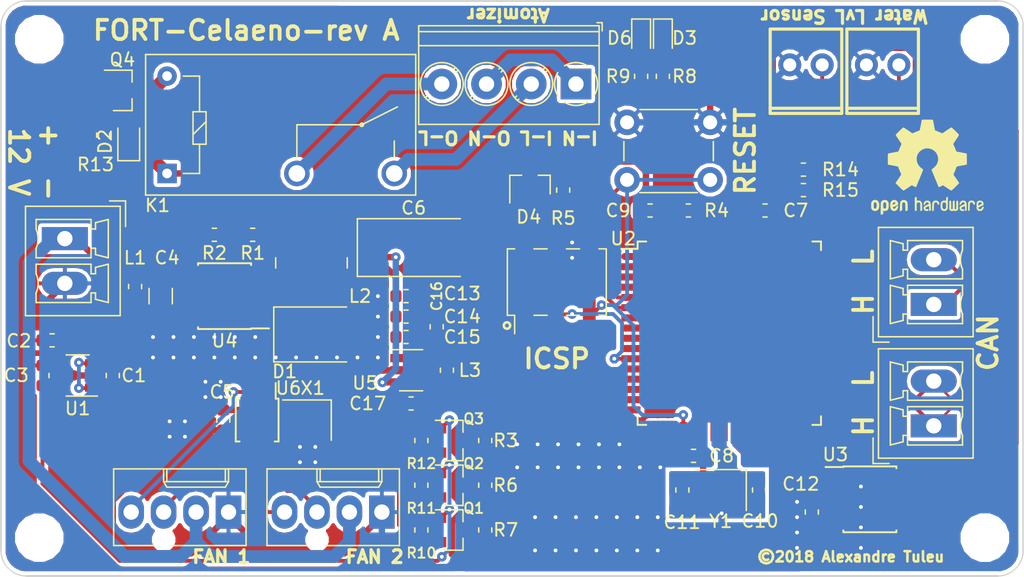
<source format=kicad_pcb>
(kicad_pcb (version 20171130) (host pcbnew 5.0.0+dfsg1-2~bpo9+1)
  (layers (0 F.Cu signal) (31 B.Cu signal) (34 B.Paste user) (35 F.Paste user) (36 B.SilkS user) (37 F.SilkS user) (38 B.Mask user) (39 F.Mask user) (44 Edge.Cuts user))
  (net 0 "")
  (net 1 +5V)
  (net 2 GND)
  (net 3 "/3v3 LDO/BYPASS")
  (net 4 +3V3)
  (net 5 GNDA)
  (net 6 /UC/XTAL+)
  (net 7 /UC/XTAL-)
  (net 8 +12V)
  (net 9 "Net-(D3-Pad2)")
  (net 10 /UC/~ICSP_RESET)
  (net 11 "Net-(D6-Pad2)")
  (net 12 "/CAN Transceiver/CAN+")
  (net 13 "/CAN Transceiver/CAN-")
  (net 14 /UC/ICSP_MISO)
  (net 15 /UC/ICSP_SCK)
  (net 16 /UC/ICSP_MOSI)
  (net 17 /UC/LED_GREEN)
  (net 18 /UC/LED_YELLOW)
  (net 19 /UC/CAN_TX)
  (net 20 /UC/CAN_RX)
  (net 21 "/5V Buck Converter/FB")
  (net 22 "/Fan PWM Controller 1/TACH1")
  (net 23 "/Fan PWM Controller 1/TACH2")
  (net 24 "/Fan PWM Controller 1/PWM2")
  (net 25 /UC/~FAN_ALERT)
  (net 26 "/Fan PWM Controller 1/~ALERT")
  (net 27 "/Fan PWM Controller 1/SDA")
  (net 28 "/Fan PWM Controller 1/SCL")
  (net 29 "/Fan PWM Controller 1/32K768_CLK")
  (net 30 "/Fan PWM Controller 1/PWM1")
  (net 31 "Net-(C17-Pad1)")
  (net 32 "/I2C Level Shifter/SDA_5V")
  (net 33 "/I2C Level Shifter/SCL_5V")
  (net 34 "/5V Buck Converter/VIN_PROTECTED")
  (net 35 "/5V Buck Converter/5V5_UNPROTECTED")
  (net 36 "/5V Buck Converter/5V_UNPROTECTED")
  (net 37 "/5V Buck Converter/SW")
  (net 38 "Net-(D2-Pad2)")
  (net 39 "Net-(J7-Pad1)")
  (net 40 /Relay/A)
  (net 41 /Relay/B)
  (net 42 /Relay/CMD)
  (net 43 /UC/LVL_0)
  (net 44 /UC/LVL_1)
  (module TerminalBlock_Phoenix:TerminalBlock_Phoenix_PT-1,5-4-3.5-H_1x04_P3.50mm_Horizontal (layer F.Cu) (at 165 91.5 180)
    (fp_text reference J7 hide)
    (fp_text value "PT 1,5/4-3,5-H")
    (pad 1 thru_hole rect (at 0 0 180) (size 2.4 2.4) (drill 1.2) (layers *.Cu *.Mask) (net 39 "Net-(J7-Pad1)"))
    (pad 2 thru_hole circle (at 3.5 0 180) (size 2.4 2.4) (drill 1.2) (layers *.Cu *.Mask) (net 40 /Relay/A))
    (pad 3 thru_hole circle (at 7 0 180) (size 2.4 2.4) (drill 1.2) (layers *.Cu *.Mask) (net 39 "Net-(J7-Pad1)"))
    (pad 4 thru_hole circle (at 10.5 0 180) (size 2.4 2.4) (drill 1.2) (layers *.Cu *.Mask) (net 41 /Relay/B))
  )
  (module Relay_THT:Relay_SPST_Omron-G5Q-1A (layer F.Cu) (at 133 98.5)
    (fp_text reference K1 (at -0.75 2.5 180) (layer F.SilkS))
    (fp_text value "G5Q-1A4-EU DC5")
    (pad 1 thru_hole rect (at 0 0 180) (size 1.52 1.52) (drill 0.76) (layers *.Cu *.Mask) (net 1 +5V))
    (pad 2 thru_hole circle (at 10.16 0 180) (size 2 2) (drill 1.3) (layers *.Cu *.Mask) (net 41 /Relay/B))
    (pad 3 thru_hole circle (at 17.78 0 180) (size 2 2) (drill 1.3) (layers *.Cu *.Mask) (net 40 /Relay/A))
    (pad 5 thru_hole circle (at 0 -7.62 180) (size 1.52 1.52) (drill 0.76) (layers *.Cu *.Mask) (net 38 "Net-(D2-Pad2)"))
  )
  (module Symbol:OSHW-Logo2_9.8x8mm_SilkScreen (layer F.Cu) (at 192.5 98)
    (fp_text reference REF*** hide)
    (fp_text value OSHW-Logo2_9.8x8mm_SilkScreen hide)
  )
  (module FORT:Molex_KK-47053-04_04x2.54mm_Straight (layer F.Cu) (at 134 125 180)
    (fp_text reference J5 hide)
    (fp_text value 47053-1000)
    (pad "" np_thru_hole circle (at 1.27 -2.16 180) (size 1.25 1.25) (drill 1.25) (layers *.Cu *.Mask))
    (pad 4 thru_hole oval (at 3.81 0 180) (size 2 2.6) (drill 1.2) (layers *.Cu *.Mask) (net 30 "/Fan PWM Controller 1/PWM1"))
    (pad 3 thru_hole oval (at 1.27 0 180) (size 2 2.6) (drill 1.2) (layers *.Cu *.Mask) (net 22 "/Fan PWM Controller 1/TACH1"))
    (pad 2 thru_hole oval (at -1.27 0 180) (size 2 2.6) (drill 1.2) (layers *.Cu *.Mask) (net 8 +12V))
    (pad 1 thru_hole rect (at -3.81 0 180) (size 2 2.6) (drill 1.2) (layers *.Cu *.Mask) (net 2 GND))
  )
  (module FORT:Molex_KK-47053-04_04x2.54mm_Straight (layer F.Cu) (at 146 125 180)
    (fp_text reference J6 hide)
    (fp_text value 47053-1000)
    (pad "" np_thru_hole circle (at 1.27 -2.16 180) (size 1.25 1.25) (drill 1.25) (layers *.Cu *.Mask))
    (pad 4 thru_hole oval (at 3.81 0 180) (size 2 2.6) (drill 1.2) (layers *.Cu *.Mask) (net 24 "/Fan PWM Controller 1/PWM2"))
    (pad 3 thru_hole oval (at 1.27 0 180) (size 2 2.6) (drill 1.2) (layers *.Cu *.Mask) (net 23 "/Fan PWM Controller 1/TACH2"))
    (pad 2 thru_hole oval (at -1.27 0 180) (size 2 2.6) (drill 1.2) (layers *.Cu *.Mask) (net 8 +12V))
    (pad 1 thru_hole rect (at -3.81 0 180) (size 2 2.6) (drill 1.2) (layers *.Cu *.Mask) (net 2 GND))
  )
  (module Capacitor_SMD:C_0603_1608Metric (layer F.Cu) (at 128.751664 114.31119 90)
    (fp_text reference C1 (at 0 1.648336 180) (layer F.SilkS))
    (fp_text value 1uF)
    (pad 2 smd roundrect (at 0.7875 0 90) (size 0.875 0.95) (layers F.Cu F.Paste F.Mask) (net 2 GND))
    (pad 1 smd roundrect (at -0.7875 0 90) (size 0.875 0.95) (layers F.Cu F.Paste F.Mask) (net 1 +5V))
  )
  (module Capacitor_SMD:C_0603_1608Metric (layer F.Cu) (at 124.001664 111.56119 180)
    (fp_text reference C2 (at 2.601664 -0.03881 180) (layer F.SilkS))
    (fp_text value 10nF)
    (pad 2 smd roundrect (at 0.7875 0 180) (size 0.875 0.95) (layers F.Cu F.Paste F.Mask) (net 2 GND))
    (pad 1 smd roundrect (at -0.7875 0 180) (size 0.875 0.95) (layers F.Cu F.Paste F.Mask) (net 3 "/3v3 LDO/BYPASS"))
  )
  (module Capacitor_SMD:C_0603_1608Metric (layer F.Cu) (at 123.251664 114.31119 90)
    (fp_text reference C3 (at 0.01119 -2.051664 180) (layer F.SilkS))
    (fp_text value 1uF)
    (pad 2 smd roundrect (at 0.7875 0 90) (size 0.875 0.95) (layers F.Cu F.Paste F.Mask) (net 2 GND))
    (pad 1 smd roundrect (at -0.7875 0 90) (size 0.875 0.95) (layers F.Cu F.Paste F.Mask) (net 4 +3V3))
  )
  (module Capacitor_SMD:C_0603_1608Metric (layer F.Cu) (at 137.4 117.8 270)
    (fp_text reference C5 (at -2.2 0.1) (layer F.SilkS))
    (fp_text value 100nF)
    (pad 2 smd roundrect (at 0.7875 0 270) (size 0.875 0.95) (layers F.Cu F.Paste F.Mask) (net 2 GND))
    (pad 1 smd roundrect (at -0.7875 0 270) (size 0.875 0.95) (layers F.Cu F.Paste F.Mask) (net 4 +3V3))
  )
  (module Capacitor_SMD:C_0603_1608Metric (layer F.Cu) (at 179.8 101.4 180)
    (fp_text reference C7 (at -2.4 0 180) (layer F.SilkS))
    (fp_text value 100n)
    (pad 2 smd roundrect (at 0.7875 0 180) (size 0.875 0.95) (layers F.Cu F.Paste F.Mask) (net 2 GND))
    (pad 1 smd roundrect (at -0.7875 0 180) (size 0.875 0.95) (layers F.Cu F.Paste F.Mask) (net 1 +5V))
  )
  (module Capacitor_SMD:C_0603_1608Metric (layer F.Cu) (at 174.2 120.6)
    (fp_text reference C8 (at 2.2 0) (layer F.SilkS))
    (fp_text value 100n)
    (pad 2 smd roundrect (at 0.7875 0) (size 0.875 0.95) (layers F.Cu F.Paste F.Mask) (net 2 GND))
    (pad 1 smd roundrect (at -0.7875 0) (size 0.875 0.95) (layers F.Cu F.Paste F.Mask) (net 1 +5V))
  )
  (module Capacitor_SMD:C_0603_1608Metric (layer F.Cu) (at 170.8 101.4)
    (fp_text reference C9 (at -2.5 0) (layer F.SilkS))
    (fp_text value 100n)
    (pad 2 smd roundrect (at 0.7875 0) (size 0.875 0.95) (layers F.Cu F.Paste F.Mask) (net 5 GNDA))
    (pad 1 smd roundrect (at -0.7875 0) (size 0.875 0.95) (layers F.Cu F.Paste F.Mask) (net 1 +5V))
  )
  (module Capacitor_SMD:C_0603_1608Metric (layer F.Cu) (at 179.327258 123.27374 90)
    (fp_text reference C10 (at -2.42626 0.072742 180) (layer F.SilkS))
    (fp_text value 18pF)
    (pad 2 smd roundrect (at 0.7875 0 90) (size 0.875 0.95) (layers F.Cu F.Paste F.Mask) (net 6 /UC/XTAL+))
    (pad 1 smd roundrect (at -0.7875 0 90) (size 0.875 0.95) (layers F.Cu F.Paste F.Mask) (net 2 GND))
  )
  (module Capacitor_SMD:C_0603_1608Metric (layer F.Cu) (at 173.327258 123.27374 270)
    (fp_text reference C11 (at 2.52626 0.027258) (layer F.SilkS))
    (fp_text value 18pF)
    (pad 2 smd roundrect (at 0.7875 0 270) (size 0.875 0.95) (layers F.Cu F.Paste F.Mask) (net 7 /UC/XTAL-))
    (pad 1 smd roundrect (at -0.7875 0 270) (size 0.875 0.95) (layers F.Cu F.Paste F.Mask) (net 2 GND))
  )
  (module Capacitor_SMD:C_0603_1608Metric (layer F.Cu) (at 183.456666 125 90)
    (fp_text reference C12 (at 2.2 -0.856666 180) (layer F.SilkS))
    (fp_text value 100n)
    (pad 2 smd roundrect (at 0.7875 0 90) (size 0.875 0.95) (layers F.Cu F.Paste F.Mask) (net 2 GND))
    (pad 1 smd roundrect (at -0.7875 0 90) (size 0.875 0.95) (layers F.Cu F.Paste F.Mask) (net 1 +5V))
  )
  (module LED_SMD:LED_0603_1608Metric (layer F.Cu) (at 171.8 87.9 270)
    (fp_text reference D3 (at 0 -1.7) (layer F.SilkS))
    (fp_text value GREEN)
    (pad 2 smd roundrect (at 0.7875 0 270) (size 0.875 0.95) (layers F.Cu F.Paste F.Mask) (net 9 "Net-(D3-Pad2)"))
    (pad 1 smd roundrect (at -0.7875 0 270) (size 0.875 0.95) (layers F.Cu F.Paste F.Mask) (net 2 GND))
  )
  (module LED_SMD:LED_0603_1608Metric (layer F.Cu) (at 170.1 87.9 270)
    (fp_text reference D6 (at 0 1.7) (layer F.SilkS))
    (fp_text value YELLOW)
    (pad 2 smd roundrect (at 0.7875 0 270) (size 0.875 0.95) (layers F.Cu F.Paste F.Mask) (net 11 "Net-(D6-Pad2)"))
    (pad 1 smd roundrect (at -0.7875 0 270) (size 0.875 0.95) (layers F.Cu F.Paste F.Mask) (net 2 GND))
  )
  (module Connector_Phoenix_MC:PhoenixContact_MCV_1,5_2-G-3.5_1x02_P3.50mm_Vertical (layer F.Cu) (at 193 108.75 90)
    (fp_text reference J1 hide)
    (fp_text value "MCV 1,5/ 2-G-3,5")
    (pad 2 thru_hole oval (at 3.5 0 90) (size 1.8 3.6) (drill 1.2) (layers *.Cu *.Mask) (net 13 "/CAN Transceiver/CAN-"))
    (pad 1 thru_hole rect (at 0 0 90) (size 1.8 3.6) (drill 1.2) (layers *.Cu *.Mask) (net 12 "/CAN Transceiver/CAN+"))
  )
  (module Connector_Phoenix_MC:PhoenixContact_MCV_1,5_2-G-3.5_1x02_P3.50mm_Vertical (layer F.Cu) (at 193 118.25 90)
    (fp_text reference J2 hide)
    (fp_text value "MCV 1,5/ 2-G-3,5")
    (pad 2 thru_hole oval (at 3.5 0 90) (size 1.8 3.6) (drill 1.2) (layers *.Cu *.Mask) (net 13 "/CAN Transceiver/CAN-"))
    (pad 1 thru_hole rect (at 0 0 90) (size 1.8 3.6) (drill 1.2) (layers *.Cu *.Mask) (net 12 "/CAN Transceiver/CAN+"))
  )
  (module Connector_Phoenix_MC:PhoenixContact_MCV_1,5_2-G-3.5_1x02_P3.50mm_Vertical (layer F.Cu) (at 125 103.6 270)
    (fp_text reference J3 hide)
    (fp_text value "MCV 1,5/ 2-G-3,5")
    (pad 2 thru_hole oval (at 3.5 0 270) (size 1.8 3.6) (drill 1.2) (layers *.Cu *.Mask) (net 2 GND))
    (pad 1 thru_hole rect (at 0 0 270) (size 1.8 3.6) (drill 1.2) (layers *.Cu *.Mask) (net 8 +12V))
  )
  (module Connector_PinHeader_2.54mm:PinHeader_2x03_P2.54mm_Vertical_SMD (layer F.Cu) (at 163.5 107 90)
    (fp_text reference J4 hide)
    (fp_text value M20-8760342)
    (pad 6 smd rect (at 2.525 2.54 90) (size 3.15 1) (layers F.Cu F.Paste F.Mask) (net 2 GND))
    (pad 5 smd rect (at -2.525 2.54 90) (size 3.15 1) (layers F.Cu F.Paste F.Mask) (net 10 /UC/~ICSP_RESET))
    (pad 4 smd rect (at 2.525 0 90) (size 3.15 1) (layers F.Cu F.Paste F.Mask) (net 16 /UC/ICSP_MOSI))
    (pad 3 smd rect (at -2.525 0 90) (size 3.15 1) (layers F.Cu F.Paste F.Mask) (net 15 /UC/ICSP_SCK))
    (pad 2 smd rect (at 2.525 -2.54 90) (size 3.15 1) (layers F.Cu F.Paste F.Mask) (net 1 +5V))
    (pad 1 smd rect (at -2.525 -2.54 90) (size 3.15 1) (layers F.Cu F.Paste F.Mask) (net 14 /UC/ICSP_MISO))
  )
  (module Resistor_SMD:R_0603_1608Metric (layer F.Cu) (at 173.8 101.4)
    (fp_text reference R4 (at 2.2 0) (layer F.SilkS))
    (fp_text value 0R)
    (pad 2 smd roundrect (at 0.7875 0) (size 0.875 0.95) (layers F.Cu F.Paste F.Mask) (net 2 GND))
    (pad 1 smd roundrect (at -0.7875 0) (size 0.875 0.95) (layers F.Cu F.Paste F.Mask) (net 5 GNDA))
  )
  (module Resistor_SMD:R_0603_1608Metric (layer F.Cu) (at 164 99.8 270)
    (fp_text reference R5 (at 2.2 0) (layer F.SilkS))
    (fp_text value 100k)
    (pad 2 smd roundrect (at 0.7875 0 270) (size 0.875 0.95) (layers F.Cu F.Paste F.Mask) (net 10 /UC/~ICSP_RESET))
    (pad 1 smd roundrect (at -0.7875 0 270) (size 0.875 0.95) (layers F.Cu F.Paste F.Mask) (net 1 +5V))
  )
  (module Resistor_SMD:R_0603_1608Metric (layer F.Cu) (at 171.8 90.9 90)
    (fp_text reference R8 (at 0 1.7 -180) (layer F.SilkS))
    (fp_text value 1k)
    (pad 2 smd roundrect (at 0.7875 0 90) (size 0.875 0.95) (layers F.Cu F.Paste F.Mask) (net 9 "Net-(D3-Pad2)"))
    (pad 1 smd roundrect (at -0.7875 0 90) (size 0.875 0.95) (layers F.Cu F.Paste F.Mask) (net 17 /UC/LED_GREEN))
  )
  (module Resistor_SMD:R_0603_1608Metric (layer F.Cu) (at 170.1 90.9 90)
    (fp_text reference R9 (at 0 -1.8 -180) (layer F.SilkS))
    (fp_text value 1k)
    (pad 2 smd roundrect (at 0.7875 0 90) (size 0.875 0.95) (layers F.Cu F.Paste F.Mask) (net 11 "Net-(D6-Pad2)"))
    (pad 1 smd roundrect (at -0.7875 0 90) (size 0.875 0.95) (layers F.Cu F.Paste F.Mask) (net 18 /UC/LED_YELLOW))
  )
  (module Button_Switch_THT:SW_PUSH_6mm (layer F.Cu) (at 169 94.5)
    (fp_text reference SW1 hide)
    (fp_text value 1825910-6)
    (pad 1 thru_hole circle (at 6.5 0 90) (size 2 2) (drill 1.1) (layers *.Cu *.Mask) (net 2 GND))
    (pad 2 thru_hole circle (at 6.5 4.5 90) (size 2 2) (drill 1.1) (layers *.Cu *.Mask) (net 10 /UC/~ICSP_RESET))
    (pad 1 thru_hole circle (at 0 0 90) (size 2 2) (drill 1.1) (layers *.Cu *.Mask) (net 2 GND))
    (pad 2 thru_hole circle (at 0 4.5 90) (size 2 2) (drill 1.1) (layers *.Cu *.Mask) (net 10 /UC/~ICSP_RESET))
  )
  (module Package_TO_SOT_SMD:SOT-23-5 (layer F.Cu) (at 126.001664 114.31119 180)
    (fp_text reference U1 (at 0.001664 -2.58881) (layer F.SilkS))
    (fp_text value LP3985IM5-3.3/NOPB)
    (pad 5 smd rect (at 1.1 -0.95 180) (size 1.06 0.65) (layers F.Cu F.Paste F.Mask) (net 4 +3V3))
    (pad 4 smd rect (at 1.1 0.95 180) (size 1.06 0.65) (layers F.Cu F.Paste F.Mask) (net 3 "/3v3 LDO/BYPASS"))
    (pad 3 smd rect (at -1.1 0.95 180) (size 1.06 0.65) (layers F.Cu F.Paste F.Mask) (net 1 +5V))
    (pad 2 smd rect (at -1.1 0 180) (size 1.06 0.65) (layers F.Cu F.Paste F.Mask) (net 2 GND))
    (pad 1 smd rect (at -1.1 -0.95 180) (size 1.06 0.65) (layers F.Cu F.Paste F.Mask) (net 1 +5V))
  )
  (module Package_QFP:TQFP-64_14x14mm_P0.8mm (layer F.Cu) (at 177 111)
    (fp_text reference U2 (at -8.3 -7.4) (layer F.SilkS))
    (fp_text value AT90CAN128-16AU)
    (pad 64 smd rect (at -6 -7.7 90) (size 1.5 0.55) (layers F.Cu F.Paste F.Mask) (net 1 +5V))
    (pad 63 smd rect (at -5.2 -7.7 90) (size 1.5 0.55) (layers F.Cu F.Paste F.Mask) (net 5 GNDA))
    (pad 62 smd rect (at -4.4 -7.7 90) (size 1.5 0.55) (layers F.Cu F.Paste F.Mask))
    (pad 61 smd rect (at -3.6 -7.7 90) (size 1.5 0.55) (layers F.Cu F.Paste F.Mask))
    (pad 60 smd rect (at -2.8 -7.7 90) (size 1.5 0.55) (layers F.Cu F.Paste F.Mask))
    (pad 59 smd rect (at -2 -7.7 90) (size 1.5 0.55) (layers F.Cu F.Paste F.Mask))
    (pad 58 smd rect (at -1.2 -7.7 90) (size 1.5 0.55) (layers F.Cu F.Paste F.Mask))
    (pad 57 smd rect (at -0.4 -7.7 90) (size 1.5 0.55) (layers F.Cu F.Paste F.Mask))
    (pad 56 smd rect (at 0.4 -7.7 90) (size 1.5 0.55) (layers F.Cu F.Paste F.Mask))
    (pad 55 smd rect (at 1.2 -7.7 90) (size 1.5 0.55) (layers F.Cu F.Paste F.Mask))
    (pad 54 smd rect (at 2 -7.7 90) (size 1.5 0.55) (layers F.Cu F.Paste F.Mask))
    (pad 53 smd rect (at 2.8 -7.7 90) (size 1.5 0.55) (layers F.Cu F.Paste F.Mask) (net 2 GND))
    (pad 52 smd rect (at 3.6 -7.7 90) (size 1.5 0.55) (layers F.Cu F.Paste F.Mask) (net 1 +5V))
    (pad 51 smd rect (at 4.4 -7.7 90) (size 1.5 0.55) (layers F.Cu F.Paste F.Mask) (net 43 /UC/LVL_0))
    (pad 50 smd rect (at 5.2 -7.7 90) (size 1.5 0.55) (layers F.Cu F.Paste F.Mask) (net 44 /UC/LVL_1))
    (pad 49 smd rect (at 6 -7.7 90) (size 1.5 0.55) (layers F.Cu F.Paste F.Mask))
    (pad 48 smd rect (at 7.7 -6) (size 1.5 0.55) (layers F.Cu F.Paste F.Mask))
    (pad 47 smd rect (at 7.7 -5.2) (size 1.5 0.55) (layers F.Cu F.Paste F.Mask))
    (pad 46 smd rect (at 7.7 -4.4) (size 1.5 0.55) (layers F.Cu F.Paste F.Mask))
    (pad 45 smd rect (at 7.7 -3.6) (size 1.5 0.55) (layers F.Cu F.Paste F.Mask))
    (pad 44 smd rect (at 7.7 -2.8) (size 1.5 0.55) (layers F.Cu F.Paste F.Mask))
    (pad 43 smd rect (at 7.7 -2) (size 1.5 0.55) (layers F.Cu F.Paste F.Mask))
    (pad 42 smd rect (at 7.7 -1.2) (size 1.5 0.55) (layers F.Cu F.Paste F.Mask))
    (pad 41 smd rect (at 7.7 -0.4) (size 1.5 0.55) (layers F.Cu F.Paste F.Mask))
    (pad 40 smd rect (at 7.7 0.4) (size 1.5 0.55) (layers F.Cu F.Paste F.Mask))
    (pad 39 smd rect (at 7.7 1.2) (size 1.5 0.55) (layers F.Cu F.Paste F.Mask))
    (pad 38 smd rect (at 7.7 2) (size 1.5 0.55) (layers F.Cu F.Paste F.Mask))
    (pad 37 smd rect (at 7.7 2.8) (size 1.5 0.55) (layers F.Cu F.Paste F.Mask))
    (pad 36 smd rect (at 7.7 3.6) (size 1.5 0.55) (layers F.Cu F.Paste F.Mask))
    (pad 35 smd rect (at 7.7 4.4) (size 1.5 0.55) (layers F.Cu F.Paste F.Mask))
    (pad 34 smd rect (at 7.7 5.2) (size 1.5 0.55) (layers F.Cu F.Paste F.Mask))
    (pad 33 smd rect (at 7.7 6) (size 1.5 0.55) (layers F.Cu F.Paste F.Mask))
    (pad 32 smd rect (at 6 7.7 90) (size 1.5 0.55) (layers F.Cu F.Paste F.Mask))
    (pad 31 smd rect (at 5.2 7.7 90) (size 1.5 0.55) (layers F.Cu F.Paste F.Mask) (net 20 /UC/CAN_RX))
    (pad 30 smd rect (at 4.4 7.7 90) (size 1.5 0.55) (layers F.Cu F.Paste F.Mask) (net 19 /UC/CAN_TX))
    (pad 29 smd rect (at 3.6 7.7 90) (size 1.5 0.55) (layers F.Cu F.Paste F.Mask))
    (pad 28 smd rect (at 2.8 7.7 90) (size 1.5 0.55) (layers F.Cu F.Paste F.Mask))
    (pad 27 smd rect (at 2 7.7 90) (size 1.5 0.55) (layers F.Cu F.Paste F.Mask) (net 25 /UC/~FAN_ALERT))
    (pad 26 smd rect (at 1.2 7.7 90) (size 1.5 0.55) (layers F.Cu F.Paste F.Mask) (net 32 "/I2C Level Shifter/SDA_5V"))
    (pad 25 smd rect (at 0.4 7.7 90) (size 1.5 0.55) (layers F.Cu F.Paste F.Mask) (net 33 "/I2C Level Shifter/SCL_5V"))
    (pad 24 smd rect (at -0.4 7.7 90) (size 1.5 0.55) (layers F.Cu F.Paste F.Mask) (net 6 /UC/XTAL+))
    (pad 23 smd rect (at -1.2 7.7 90) (size 1.5 0.55) (layers F.Cu F.Paste F.Mask) (net 7 /UC/XTAL-))
    (pad 22 smd rect (at -2 7.7 90) (size 1.5 0.55) (layers F.Cu F.Paste F.Mask) (net 2 GND))
    (pad 21 smd rect (at -2.8 7.7 90) (size 1.5 0.55) (layers F.Cu F.Paste F.Mask) (net 1 +5V))
    (pad 20 smd rect (at -3.6 7.7 90) (size 1.5 0.55) (layers F.Cu F.Paste F.Mask) (net 10 /UC/~ICSP_RESET))
    (pad 19 smd rect (at -4.4 7.7 90) (size 1.5 0.55) (layers F.Cu F.Paste F.Mask))
    (pad 18 smd rect (at -5.2 7.7 90) (size 1.5 0.55) (layers F.Cu F.Paste F.Mask))
    (pad 17 smd rect (at -6 7.7 90) (size 1.5 0.55) (layers F.Cu F.Paste F.Mask))
    (pad 16 smd rect (at -7.7 6) (size 1.5 0.55) (layers F.Cu F.Paste F.Mask))
    (pad 15 smd rect (at -7.7 5.2) (size 1.5 0.55) (layers F.Cu F.Paste F.Mask))
    (pad 14 smd rect (at -7.7 4.4) (size 1.5 0.55) (layers F.Cu F.Paste F.Mask))
    (pad 13 smd rect (at -7.7 3.6) (size 1.5 0.55) (layers F.Cu F.Paste F.Mask))
    (pad 12 smd rect (at -7.7 2.8) (size 1.5 0.55) (layers F.Cu F.Paste F.Mask) (net 42 /Relay/CMD))
    (pad 11 smd rect (at -7.7 2) (size 1.5 0.55) (layers F.Cu F.Paste F.Mask) (net 15 /UC/ICSP_SCK))
    (pad 10 smd rect (at -7.7 1.2) (size 1.5 0.55) (layers F.Cu F.Paste F.Mask))
    (pad 9 smd rect (at -7.7 0.4) (size 1.5 0.55) (layers F.Cu F.Paste F.Mask))
    (pad 8 smd rect (at -7.7 -0.4) (size 1.5 0.55) (layers F.Cu F.Paste F.Mask))
    (pad 7 smd rect (at -7.7 -1.2) (size 1.5 0.55) (layers F.Cu F.Paste F.Mask))
    (pad 6 smd rect (at -7.7 -2) (size 1.5 0.55) (layers F.Cu F.Paste F.Mask) (net 18 /UC/LED_YELLOW))
    (pad 5 smd rect (at -7.7 -2.8) (size 1.5 0.55) (layers F.Cu F.Paste F.Mask) (net 17 /UC/LED_GREEN))
    (pad 4 smd rect (at -7.7 -3.6) (size 1.5 0.55) (layers F.Cu F.Paste F.Mask))
    (pad 3 smd rect (at -7.7 -4.4) (size 1.5 0.55) (layers F.Cu F.Paste F.Mask) (net 14 /UC/ICSP_MISO))
    (pad 2 smd rect (at -7.7 -5.2) (size 1.5 0.55) (layers F.Cu F.Paste F.Mask) (net 16 /UC/ICSP_MOSI))
    (pad 1 smd oval (at -7.7 -6) (size 1.5 0.55) (layers F.Cu F.Paste F.Mask))
  )
  (module Package_SO:SOIC-8_3.9x4.9mm_P1.27mm (layer F.Cu) (at 188 124)
    (fp_text reference U3 (at -2.7 -3.5) (layer F.SilkS))
    (fp_text value MCP2561-E/SN)
    (pad 8 smd rect (at 2.7 -1.905) (size 1.55 0.6) (layers F.Cu F.Paste F.Mask) (net 2 GND))
    (pad 7 smd rect (at 2.7 -0.635) (size 1.55 0.6) (layers F.Cu F.Paste F.Mask) (net 12 "/CAN Transceiver/CAN+"))
    (pad 6 smd rect (at 2.7 0.635) (size 1.55 0.6) (layers F.Cu F.Paste F.Mask) (net 13 "/CAN Transceiver/CAN-"))
    (pad 5 smd rect (at 2.7 1.905) (size 1.55 0.6) (layers F.Cu F.Paste F.Mask))
    (pad 4 smd rect (at -2.7 1.905) (size 1.55 0.6) (layers F.Cu F.Paste F.Mask) (net 20 /UC/CAN_RX))
    (pad 3 smd rect (at -2.7 0.635) (size 1.55 0.6) (layers F.Cu F.Paste F.Mask) (net 1 +5V))
    (pad 2 smd rect (at -2.7 -0.635) (size 1.55 0.6) (layers F.Cu F.Paste F.Mask) (net 2 GND))
    (pad 1 smd rect (at -2.7 -1.905) (size 1.55 0.6) (layers F.Cu F.Paste F.Mask) (net 19 /UC/CAN_TX))
  )
  (module Package_SO:MSOP-10_3x3mm_P0.5mm (layer F.Cu) (at 140.05 117.8 270)
    (fp_text reference U6 (at -2.5 -2.45) (layer F.SilkS))
    (fp_text value EMC2302-1-AIZL-TR)
    (pad 10 smd rect (at 2.2 -1 270) (size 1.4 0.3) (layers F.Cu F.Paste F.Mask) (net 26 "/Fan PWM Controller 1/~ALERT"))
    (pad 9 smd rect (at 2.2 -0.5 270) (size 1.4 0.3) (layers F.Cu F.Paste F.Mask) (net 29 "/Fan PWM Controller 1/32K768_CLK"))
    (pad 8 smd rect (at 2.2 0 270) (size 1.4 0.3) (layers F.Cu F.Paste F.Mask) (net 23 "/Fan PWM Controller 1/TACH2"))
    (pad 7 smd rect (at 2.2 0.5 270) (size 1.4 0.3) (layers F.Cu F.Paste F.Mask) (net 24 "/Fan PWM Controller 1/PWM2"))
    (pad 6 smd rect (at 2.2 1 270) (size 1.4 0.3) (layers F.Cu F.Paste F.Mask) (net 22 "/Fan PWM Controller 1/TACH1"))
    (pad 5 smd rect (at -2.2 1 270) (size 1.4 0.3) (layers F.Cu F.Paste F.Mask) (net 30 "/Fan PWM Controller 1/PWM1"))
    (pad 4 smd rect (at -2.2 0.5 270) (size 1.4 0.3) (layers F.Cu F.Paste F.Mask) (net 2 GND))
    (pad 3 smd rect (at -2.2 0 270) (size 1.4 0.3) (layers F.Cu F.Paste F.Mask) (net 4 +3V3))
    (pad 2 smd rect (at -2.2 -0.5 270) (size 1.4 0.3) (layers F.Cu F.Paste F.Mask) (net 28 "/Fan PWM Controller 1/SCL"))
    (pad 1 smd rect (at -2.2 -1 270) (size 1.4 0.3) (layers F.Cu F.Paste F.Mask) (net 27 "/Fan PWM Controller 1/SDA"))
  )
  (module Oscillator:Oscillator_SMD_Abracon_ASE-4Pin_3.2x2.5mm (layer F.Cu) (at 143.95 117.8 180)
    (fp_text reference X1 (at -0.45 2.5 180) (layer F.SilkS))
    (fp_text value 32.768kHz)
    (pad 4 smd rect (at -1.05 -0.825 180) (size 1.3 1.1) (layers F.Cu F.Paste F.Mask) (net 4 +3V3))
    (pad 3 smd rect (at 1.05 -0.825 180) (size 1.3 1.1) (layers F.Cu F.Paste F.Mask) (net 29 "/Fan PWM Controller 1/32K768_CLK"))
    (pad 2 smd rect (at 1.05 0.825 180) (size 1.3 1.1) (layers F.Cu F.Paste F.Mask) (net 2 GND))
    (pad 1 smd rect (at -1.05 0.825 180) (size 1.3 1.1) (layers F.Cu F.Paste F.Mask) (net 4 +3V3))
  )
  (module Crystal:Crystal_SMD_SeikoEpson_FA238-4Pin_3.2x2.5mm (layer F.Cu) (at 176.327258 123.27374 180)
    (fp_text reference Y1 (at 0 -2.45 180) (layer F.SilkS))
    (fp_text value 16MHz)
    (pad 4 smd rect (at -1.1 -0.8 180) (size 1.4 1.2) (layers F.Cu F.Paste F.Mask) (net 2 GND))
    (pad 3 smd rect (at 1.1 -0.8 180) (size 1.4 1.2) (layers F.Cu F.Paste F.Mask) (net 7 /UC/XTAL-))
    (pad 2 smd rect (at 1.1 0.8 180) (size 1.4 1.2) (layers F.Cu F.Paste F.Mask) (net 2 GND))
    (pad 1 smd rect (at -1.1 0.8 180) (size 1.4 1.2) (layers F.Cu F.Paste F.Mask) (net 6 /UC/XTAL+))
  )
  (module Mounting_Holes:MountingHole_3.2mm_M3_DIN965 (layer F.Cu) (at 197 127)
    (fp_text reference REF** hide)
    (fp_text value MountingHole_3.2mm_M3_DIN965 hide)
    (pad 1 np_thru_hole circle (at 0 0) (size 3.2 3.2) (drill 3.2) (layers *.Cu *.Mask))
  )
  (module Mounting_Holes:MountingHole_3.2mm_M3_DIN965 (layer F.Cu) (at 123 127)
    (fp_text reference REF** hide)
    (fp_text value MountingHole_3.2mm_M3_DIN965 hide)
    (pad 1 np_thru_hole circle (at 0 0) (size 3.2 3.2) (drill 3.2) (layers *.Cu *.Mask))
  )
  (module Mounting_Holes:MountingHole_3.2mm_M3_DIN965 (layer F.Cu) (at 197 88)
    (fp_text reference REF** hide)
    (fp_text value MountingHole_3.2mm_M3_DIN965 hide)
    (pad 1 np_thru_hole circle (at 0 0) (size 3.2 3.2) (drill 3.2) (layers *.Cu *.Mask))
  )
  (module Mounting_Holes:MountingHole_3.2mm_M3_DIN965 (layer F.Cu) (at 123 88)
    (fp_text reference REF** hide)
    (fp_text value MountingHole_3.2mm_M3_DIN965 hide)
    (pad 1 np_thru_hole circle (at 0 0) (size 3.2 3.2) (drill 3.2) (layers *.Cu *.Mask))
  )
  (module Diodes_SMD:D_SOT-23_ANK (layer F.Cu) (at 161.4 99.4 90)
    (fp_text reference D4 (at -2.5 -0.1) (layer F.SilkS))
    (fp_text value BAT54)
    (pad 2 smd rect (at -1 -0.95 90) (size 0.9 0.8) (layers F.Cu F.Paste F.Mask) (net 10 /UC/~ICSP_RESET))
    (pad "" smd rect (at -1 0.95 90) (size 0.9 0.8) (layers F.Cu F.Paste F.Mask))
    (pad 1 smd rect (at 1 0 90) (size 0.9 0.8) (layers F.Cu F.Paste F.Mask) (net 1 +5V))
  )
  (module Capacitor_SMD:C_1206_3216Metric (layer F.Cu) (at 132.5 108.1 270)
    (fp_text reference C4 (at -3 -0.5) (layer F.SilkS))
    (fp_text value "22uF, 35V")
    (pad 1 smd roundrect (at -1.4 0 270) (size 1.25 1.75) (layers F.Cu F.Paste F.Mask) (roundrect_rratio 0.2) (net 34 "/5V Buck Converter/VIN_PROTECTED"))
    (pad 2 smd roundrect (at 1.4 0 270) (size 1.25 1.75) (layers F.Cu F.Paste F.Mask) (roundrect_rratio 0.2) (net 2 GND))
  )
  (module Capacitor_Tantalum_SMD:CP_EIA-7343-31_Kemet-D (layer F.Cu) (at 152.3 104.3)
    (fp_text reference C6 (at 0 -3.1) (layer F.SilkS))
    (fp_text value "470u, 6.3V")
    (pad 1 smd roundrect (at -3.1125 0) (size 2.075 2.55) (layers F.Cu F.Paste F.Mask) (roundrect_rratio 0.120482) (net 35 "/5V Buck Converter/5V5_UNPROTECTED"))
    (pad 2 smd roundrect (at 3.1125 0) (size 2.075 2.55) (layers F.Cu F.Paste F.Mask) (roundrect_rratio 0.120482) (net 2 GND))
  )
  (module Capacitor_SMD:C_0603_1608Metric (layer F.Cu) (at 151.7 109.7)
    (fp_text reference C14 (at 4.4 0) (layer F.SilkS))
    (fp_text value 100n)
    (pad 1 smd roundrect (at -0.7875 0) (size 0.875 0.95) (layers F.Cu F.Paste F.Mask) (net 35 "/5V Buck Converter/5V5_UNPROTECTED"))
    (pad 2 smd roundrect (at 0.7875 0) (size 0.875 0.95) (layers F.Cu F.Paste F.Mask) (net 2 GND))
  )
  (module Capacitor_SMD:C_0603_1608Metric (layer F.Cu) (at 151.7 108.1)
    (fp_text reference C13 (at 4.4 -0.2) (layer F.SilkS))
    (fp_text value "4u7, 6.3V")
    (pad 2 smd roundrect (at 0.7875 0) (size 0.875 0.95) (layers F.Cu F.Paste F.Mask) (net 2 GND))
    (pad 1 smd roundrect (at -0.7875 0) (size 0.875 0.95) (layers F.Cu F.Paste F.Mask) (net 35 "/5V Buck Converter/5V5_UNPROTECTED"))
  )
  (module Diode_SMD:D_SMB (layer F.Cu) (at 144.9 111.1)
    (fp_text reference D1 (at -2.7 2.9) (layer F.SilkS))
    (fp_text value "B260, 60V, 2A")
    (pad 1 smd rect (at -2.15 0) (size 2.5 2.3) (layers F.Cu F.Paste F.Mask) (net 37 "/5V Buck Converter/SW"))
    (pad 2 smd rect (at 2.15 0) (size 2.5 2.3) (layers F.Cu F.Paste F.Mask) (net 2 GND))
  )
  (module Resistor_SMD:R_0603_1608Metric (layer F.Cu) (at 130.5 107.35 270)
    (fp_text reference L1 (at -2.25 0) (layer F.SilkS))
    (fp_text value "500mA Fuse")
    (pad 2 smd roundrect (at 0.7875 0 270) (size 0.875 0.95) (layers F.Cu F.Paste F.Mask) (net 8 +12V))
    (pad 1 smd roundrect (at -0.7875 0 270) (size 0.875 0.95) (layers F.Cu F.Paste F.Mask) (net 34 "/5V Buck Converter/VIN_PROTECTED"))
  )
  (module Inductor_SMD:L_Wuerth_WE-PD2-Typ-MS (layer F.Cu) (at 144.3 105.5 90)
    (fp_text reference L2 (at -2.6 3.8 -180) (layer F.SilkS))
    (fp_text value "68uH, 560mA")
    (pad 1 smd rect (at -1.93 0 90) (size 2.15 5.5) (layers F.Cu F.Paste F.Mask) (net 37 "/5V Buck Converter/SW"))
    (pad 2 smd rect (at 1.93 0 90) (size 2.15 5.5) (layers F.Cu F.Paste F.Mask) (net 35 "/5V Buck Converter/5V5_UNPROTECTED"))
  )
  (module Resistor_SMD:R_0603_1608Metric (layer F.Cu) (at 154.9 113.9 90)
    (fp_text reference L3 (at 0 1.8 -180) (layer F.SilkS))
    (fp_text value "500mA Fuse")
    (pad 1 smd roundrect (at -0.7875 0 90) (size 0.875 0.95) (layers F.Cu F.Paste F.Mask) (net 1 +5V))
    (pad 2 smd roundrect (at 0.7875 0 90) (size 0.875 0.95) (layers F.Cu F.Paste F.Mask) (net 36 "/5V Buck Converter/5V_UNPROTECTED"))
  )
  (module Resistor_SMD:R_0603_1608Metric (layer F.Cu) (at 139.7 103.3 180)
    (fp_text reference R1 (at 0 -1.43 180) (layer F.SilkS))
    (fp_text value 15k)
    (pad 1 smd roundrect (at -0.7875 0 180) (size 0.875 0.95) (layers F.Cu F.Paste F.Mask) (net 35 "/5V Buck Converter/5V5_UNPROTECTED"))
    (pad 2 smd roundrect (at 0.7875 0 180) (size 0.875 0.95) (layers F.Cu F.Paste F.Mask) (net 21 "/5V Buck Converter/FB"))
  )
  (module Resistor_SMD:R_0603_1608Metric (layer F.Cu) (at 136.7 103.3 180)
    (fp_text reference R2 (at 0 -1.43 180) (layer F.SilkS))
    (fp_text value 4k32)
    (pad 2 smd roundrect (at 0.7875 0 180) (size 0.875 0.95) (layers F.Cu F.Paste F.Mask) (net 2 GND))
    (pad 1 smd roundrect (at -0.7875 0 180) (size 0.875 0.95) (layers F.Cu F.Paste F.Mask) (net 21 "/5V Buck Converter/FB"))
  )
  (module Package_SO:SOIC-8_3.9x4.9mm_P1.27mm (layer F.Cu) (at 137.5 108.1 180)
    (fp_text reference U4 (at 0 -3.5 180) (layer F.SilkS))
    (fp_text value MIC4680YM)
    (pad 1 smd rect (at -2.7 -1.905 180) (size 1.55 0.6) (layers F.Cu F.Paste F.Mask) (net 2 GND))
    (pad 2 smd rect (at -2.7 -0.635 180) (size 1.55 0.6) (layers F.Cu F.Paste F.Mask) (net 34 "/5V Buck Converter/VIN_PROTECTED"))
    (pad 3 smd rect (at -2.7 0.635 180) (size 1.55 0.6) (layers F.Cu F.Paste F.Mask) (net 37 "/5V Buck Converter/SW"))
    (pad 4 smd rect (at -2.7 1.905 180) (size 1.55 0.6) (layers F.Cu F.Paste F.Mask) (net 21 "/5V Buck Converter/FB"))
    (pad 5 smd rect (at 2.7 1.905 180) (size 1.55 0.6) (layers F.Cu F.Paste F.Mask) (net 2 GND))
    (pad 6 smd rect (at 2.7 0.635 180) (size 1.55 0.6) (layers F.Cu F.Paste F.Mask) (net 2 GND))
    (pad 7 smd rect (at 2.7 -0.635 180) (size 1.55 0.6) (layers F.Cu F.Paste F.Mask) (net 2 GND))
    (pad 8 smd rect (at 2.7 -1.905 180) (size 1.55 0.6) (layers F.Cu F.Paste F.Mask) (net 2 GND))
  )
  (module Capacitor_SMD:C_0603_1608Metric (layer F.Cu) (at 151.7 111.3)
    (fp_text reference C15 (at 4.4 0) (layer F.SilkS))
    (fp_text value 1u)
    (pad 1 smd roundrect (at -0.7875 0) (size 0.875 0.95) (layers F.Cu F.Paste F.Mask) (net 35 "/5V Buck Converter/5V5_UNPROTECTED"))
    (pad 2 smd roundrect (at 0.7875 0) (size 0.875 0.95) (layers F.Cu F.Paste F.Mask) (net 2 GND))
  )
  (module Capacitor_SMD:C_0603_1608Metric (layer F.Cu) (at 154.1 110.5 90)
    (fp_text reference C16 (at 2.4 0 270) (layer F.SilkS) (effects (font (size 0.8 0.8))))
    (fp_text value 1u)
    (pad 2 smd roundrect (at 0.7875 0 90) (size 0.875 0.95) (layers F.Cu F.Paste F.Mask) (net 2 GND))
    (pad 1 smd roundrect (at -0.7875 0 90) (size 0.875 0.95) (layers F.Cu F.Paste F.Mask) (net 36 "/5V Buck Converter/5V_UNPROTECTED"))
  )
  (module Capacitor_SMD:C_0603_1608Metric (layer F.Cu) (at 152.1 116.5 180)
    (fp_text reference C17 (at 3.4 0 180) (layer F.SilkS))
    (fp_text value 10n)
    (pad 1 smd roundrect (at -0.7875 0 180) (size 0.875 0.95) (layers F.Cu F.Paste F.Mask) (net 31 "Net-(C17-Pad1)"))
    (pad 2 smd roundrect (at 0.7875 0 180) (size 0.875 0.95) (layers F.Cu F.Paste F.Mask) (net 2 GND))
  )
  (module Package_TO_SOT_SMD:SOT-23-5 (layer F.Cu) (at 152.1 113.9)
    (fp_text reference U5 (at -3.6 1) (layer F.SilkS))
    (fp_text value LP3985IM5-5.0_NOPB)
    (pad 1 smd rect (at -1.1 -0.95) (size 1.06 0.65) (layers F.Cu F.Paste F.Mask) (net 35 "/5V Buck Converter/5V5_UNPROTECTED"))
    (pad 2 smd rect (at -1.1 0) (size 1.06 0.65) (layers F.Cu F.Paste F.Mask) (net 2 GND))
    (pad 3 smd rect (at -1.1 0.95) (size 1.06 0.65) (layers F.Cu F.Paste F.Mask) (net 35 "/5V Buck Converter/5V5_UNPROTECTED"))
    (pad 4 smd rect (at 1.1 0.95) (size 1.06 0.65) (layers F.Cu F.Paste F.Mask) (net 31 "Net-(C17-Pad1)"))
    (pad 5 smd rect (at 1.1 -0.95) (size 1.06 0.65) (layers F.Cu F.Paste F.Mask) (net 36 "/5V Buck Converter/5V_UNPROTECTED"))
  )
  (module Package_TO_SOT_SMD:SOT-23 (layer F.Cu) (at 155.4 126.4)
    (fp_text reference Q1 (at 1.6 -1.7) (layer F.SilkS) (effects (font (size 0.8 0.8))))
    (fp_text value BSS138)
    (pad 1 smd rect (at -1 -0.95) (size 0.9 0.8) (layers F.Cu F.Paste F.Mask) (net 4 +3V3))
    (pad 2 smd rect (at -1 0.95) (size 0.9 0.8) (layers F.Cu F.Paste F.Mask) (net 26 "/Fan PWM Controller 1/~ALERT"))
    (pad 3 smd rect (at 1 0) (size 0.9 0.8) (layers F.Cu F.Paste F.Mask) (net 25 /UC/~FAN_ALERT))
  )
  (module Package_TO_SOT_SMD:SOT-23 (layer F.Cu) (at 155.4 122.9)
    (fp_text reference Q2 (at 1.6 -1.7) (layer F.SilkS) (effects (font (size 0.8 0.8))))
    (fp_text value BSS138)
    (pad 3 smd rect (at 1 0) (size 0.9 0.8) (layers F.Cu F.Paste F.Mask) (net 32 "/I2C Level Shifter/SDA_5V"))
    (pad 2 smd rect (at -1 0.95) (size 0.9 0.8) (layers F.Cu F.Paste F.Mask) (net 27 "/Fan PWM Controller 1/SDA"))
    (pad 1 smd rect (at -1 -0.95) (size 0.9 0.8) (layers F.Cu F.Paste F.Mask) (net 4 +3V3))
  )
  (module Package_TO_SOT_SMD:SOT-23 (layer F.Cu) (at 155.4 119.4)
    (fp_text reference Q3 (at 1.6 -1.7) (layer F.SilkS) (effects (font (size 0.8 0.8))))
    (fp_text value BSS138)
    (pad 1 smd rect (at -1 -0.95) (size 0.9 0.8) (layers F.Cu F.Paste F.Mask) (net 4 +3V3))
    (pad 2 smd rect (at -1 0.95) (size 0.9 0.8) (layers F.Cu F.Paste F.Mask) (net 28 "/Fan PWM Controller 1/SCL"))
    (pad 3 smd rect (at 1 0) (size 0.9 0.8) (layers F.Cu F.Paste F.Mask) (net 33 "/I2C Level Shifter/SCL_5V"))
  )
  (module Resistor_SMD:R_0603_1608Metric (layer F.Cu) (at 157.9 119.4 270)
    (fp_text reference R3 (at 0 -1.6) (layer F.SilkS))
    (fp_text value 10k)
    (pad 1 smd roundrect (at -0.7875 0 270) (size 0.875 0.95) (layers F.Cu F.Paste F.Mask) (net 1 +5V))
    (pad 2 smd roundrect (at 0.7875 0 270) (size 0.875 0.95) (layers F.Cu F.Paste F.Mask) (net 33 "/I2C Level Shifter/SCL_5V"))
  )
  (module Resistor_SMD:R_0603_1608Metric (layer F.Cu) (at 157.9 122.9 270)
    (fp_text reference R6 (at 0 -1.6) (layer F.SilkS))
    (fp_text value 10k)
    (pad 1 smd roundrect (at -0.7875 0 270) (size 0.875 0.95) (layers F.Cu F.Paste F.Mask) (net 1 +5V))
    (pad 2 smd roundrect (at 0.7875 0 270) (size 0.875 0.95) (layers F.Cu F.Paste F.Mask) (net 32 "/I2C Level Shifter/SDA_5V"))
  )
  (module Resistor_SMD:R_0603_1608Metric (layer F.Cu) (at 157.9 126.4 270)
    (fp_text reference R7 (at 0 -1.6) (layer F.SilkS))
    (fp_text value 10k)
    (pad 2 smd roundrect (at 0.7875 0 270) (size 0.875 0.95) (layers F.Cu F.Paste F.Mask) (net 25 /UC/~FAN_ALERT))
    (pad 1 smd roundrect (at -0.7875 0 270) (size 0.875 0.95) (layers F.Cu F.Paste F.Mask) (net 1 +5V))
  )
  (module Resistor_SMD:R_0603_1608Metric (layer F.Cu) (at 152.9 126.4 270)
    (fp_text reference R10 (at 1.8 0) (layer F.SilkS) (effects (font (size 0.8 0.8))))
    (fp_text value 10k)
    (pad 2 smd roundrect (at 0.7875 0 270) (size 0.875 0.95) (layers F.Cu F.Paste F.Mask) (net 26 "/Fan PWM Controller 1/~ALERT"))
    (pad 1 smd roundrect (at -0.7875 0 270) (size 0.875 0.95) (layers F.Cu F.Paste F.Mask) (net 4 +3V3))
  )
  (module Resistor_SMD:R_0603_1608Metric (layer F.Cu) (at 152.9 122.9 270)
    (fp_text reference R11 (at 1.8 0) (layer F.SilkS) (effects (font (size 0.8 0.8))))
    (fp_text value 10k)
    (pad 2 smd roundrect (at 0.7875 0 270) (size 0.875 0.95) (layers F.Cu F.Paste F.Mask) (net 27 "/Fan PWM Controller 1/SDA"))
    (pad 1 smd roundrect (at -0.7875 0 270) (size 0.875 0.95) (layers F.Cu F.Paste F.Mask) (net 4 +3V3))
  )
  (module Resistor_SMD:R_0603_1608Metric (layer F.Cu) (at 152.9 119.4 270)
    (fp_text reference R12 (at 1.8 0) (layer F.SilkS) (effects (font (size 0.8 0.8))))
    (fp_text value 10k)
    (pad 1 smd roundrect (at -0.7875 0 270) (size 0.875 0.95) (layers F.Cu F.Paste F.Mask) (net 4 +3V3))
    (pad 2 smd roundrect (at 0.7875 0 270) (size 0.875 0.95) (layers F.Cu F.Paste F.Mask) (net 28 "/Fan PWM Controller 1/SCL"))
  )
  (module Package_TO_SOT_SMD:SOT-23 (layer F.Cu) (at 129.5 92)
    (fp_text reference Q4 (at 0 -2.4) (layer F.SilkS))
    (fp_text value BSS138)
    (pad 1 smd rect (at -1 -0.95) (size 0.9 0.8) (layers F.Cu F.Paste F.Mask) (net 42 /Relay/CMD))
    (pad 2 smd rect (at -1 0.95) (size 0.9 0.8) (layers F.Cu F.Paste F.Mask) (net 2 GND))
    (pad 3 smd rect (at 1 0) (size 0.9 0.8) (layers F.Cu F.Paste F.Mask) (net 38 "Net-(D2-Pad2)"))
  )
  (module Resistor_SMD:R_0603_1608Metric (layer F.Cu) (at 128 95.5 270)
    (fp_text reference R13 (at 2.3 0.6) (layer F.SilkS))
    (fp_text value 47k5)
    (pad 1 smd roundrect (at -0.7875 0 270) (size 0.875 0.95) (layers F.Cu F.Paste F.Mask) (net 2 GND))
    (pad 2 smd roundrect (at 0.7875 0 270) (size 0.875 0.95) (layers F.Cu F.Paste F.Mask) (net 42 /Relay/CMD))
  )
  (module FORT:640454-2 (layer F.Cu) (at 183 90 180)
    (fp_text reference J8 hide)
    (fp_text value 640454-2)
    (pad 2 thru_hole circle (at 1.27 0 180) (size 1.8 1.8) (drill 1.02) (layers *.Cu *.Mask) (net 2 GND))
    (pad 1 thru_hole circle (at -1.27 0 180) (size 1.8 1.8) (drill 1.02) (layers *.Cu *.Mask) (net 43 /UC/LVL_0))
  )
  (module FORT:640454-2 (layer F.Cu) (at 189 90 180)
    (fp_text reference J9 hide)
    (fp_text value 640454-2)
    (pad 1 thru_hole circle (at -1.27 0 180) (size 1.8 1.8) (drill 1.02) (layers *.Cu *.Mask) (net 44 /UC/LVL_1))
    (pad 2 thru_hole circle (at 1.27 0 180) (size 1.8 1.8) (drill 1.02) (layers *.Cu *.Mask) (net 2 GND))
  )
  (module Resistor_SMD:R_0603_1608Metric (layer F.Cu) (at 182.8 98.2)
    (fp_text reference R14 (at 2.9 0) (layer F.SilkS))
    (fp_text value 100k)
    (pad 1 smd roundrect (at -0.7875 0) (size 0.875 0.95) (layers F.Cu F.Paste F.Mask) (net 1 +5V))
    (pad 2 smd roundrect (at 0.7875 0) (size 0.875 0.95) (layers F.Cu F.Paste F.Mask) (net 43 /UC/LVL_0))
  )
  (module Resistor_SMD:R_0603_1608Metric (layer F.Cu) (at 182.8 99.8)
    (fp_text reference R15 (at 2.9 0) (layer F.SilkS))
    (fp_text value 100k)
    (pad 2 smd roundrect (at 0.7875 0) (size 0.875 0.95) (layers F.Cu F.Paste F.Mask) (net 44 /UC/LVL_1))
    (pad 1 smd roundrect (at -0.7875 0) (size 0.875 0.95) (layers F.Cu F.Paste F.Mask) (net 1 +5V))
  )
  (module Diode_SMD:D_SOD-323F (layer F.Cu) (at 130 96 90)
    (fp_text reference D2 (at 0 -1.85 90) (layer F.SilkS))
    (fp_text value 1N4148WS)
    (pad 1 smd rect (at -1.1 0 90) (size 0.5 0.5) (layers F.Cu F.Paste F.Mask) (net 1 +5V))
    (pad 2 smd rect (at 1.1 0 90) (size 0.5 0.5) (layers F.Cu F.Paste F.Mask) (net 38 "Net-(D2-Pad2)"))
  )
  (gr_text Atomizer (at 159.7 86.1 180) (layer F.SilkS) (effects (font (size 1 1) (thickness 0.25))))
  (gr_text "Water LvL Sensor" (at 186 86.2 180) (layer F.SilkS) (effects (font (size 1 1) (thickness 0.25))))
  (gr_text "I-N I-L O-N O-L " (at 159.3 95.7 180) (layer F.SilkS) (effects (font (size 1 1) (thickness 0.25))))
  (gr_text "FORT-Celaeno-rev A" (at 139.2 87.3) (layer F.SilkS) (effects (font (size 1.5 1.5) (thickness 0.3))))
  (gr_text "H  L" (at 187.5 116.5 90) (layer F.SilkS) (effects (font (size 1.5 1.5) (thickness 0.3))))
  (gr_text "H  L" (at 187.5 107 90) (layer F.SilkS) (effects (font (size 1.5 1.5) (thickness 0.3))))
  (gr_text CAN (at 197.25 111.75 90) (layer F.SilkS) (effects (font (size 1.5 1.5) (thickness 0.3))))
  (gr_circle (center 159.6 110.4) (end 159.85 110.4) (layer F.SilkS) (width 0.2))
  (gr_text ICSP (at 163.5 113) (layer F.SilkS) (effects (font (size 1.5 1.5) (thickness 0.3))))
  (gr_text "FAN 2" (at 149.25 128.5) (layer F.SilkS) (effects (font (size 1 1) (thickness 0.25))))
  (gr_text "FAN 1" (at 137.25 128.5) (layer F.SilkS) (effects (font (size 1 1) (thickness 0.25))))
  (gr_text "+  -\n12 V" (at 122.6 97.6 270) (layer F.SilkS) (effects (font (size 1.5 1.5) (thickness 0.3))))
  (gr_text RESET (at 178.25 96.75 90) (layer F.SilkS) (effects (font (size 1.5 1.5) (thickness 0.3))))
  (gr_text "©2018 Alexandre Tuleu" (at 186.5 128.5) (layer F.SilkS) (effects (font (size 0.8 0.8) (thickness 0.2))))
  (gr_arc (start 198 128) (end 200 128) (angle 90) (layer Edge.Cuts) (width 0.1))
  (gr_arc (start 198 87) (end 198 85) (angle 90) (layer Edge.Cuts) (width 0.1))
  (gr_arc (start 122 87) (end 120 87) (angle 90) (layer Edge.Cuts) (width 0.1))
  (gr_arc (start 122 128) (end 122 130) (angle 90) (layer Edge.Cuts) (width 0.1))
  (gr_line (start 120 128) (end 120 87) (layer Edge.Cuts) (width 0.15))
  (gr_line (start 198 130) (end 122 130) (layer Edge.Cuts) (width 0.15))
  (gr_line (start 200 87) (end 200 128) (layer Edge.Cuts) (width 0.15))
  (gr_line (start 122 85) (end 198 85) (layer Edge.Cuts) (width 0.15))
  (segment (start 160.96 104.475) (end 160.96 103.4) (width 0.5) (layer F.Cu) (net 1))
  (segment (start 160.96 103.4) (end 159.604999 102.044999) (width 0.5) (layer F.Cu) (net 1))
  (segment (start 160.5 98.4) (end 161.4 98.4) (width 0.5) (layer F.Cu) (net 1))
  (segment (start 159.604999 99.295001) (end 160.5 98.4) (width 0.5) (layer F.Cu) (net 1))
  (segment (start 159.604999 102.044999) (end 159.604999 99.295001) (width 0.5) (layer F.Cu) (net 1))
  (segment (start 126.1 115.3) (end 127.062854 115.3) (width 0.3) (layer F.Cu) (net 1))
  (segment (start 127.062854 115.3) (end 127.101664 115.26119) (width 0.3) (layer F.Cu) (net 1))
  (segment (start 126.1 113.3) (end 126.1 115.3) (width 0.3) (layer B.Cu) (net 1))
  (via (at 126.1 115.3) (size 0.75) (drill 0.3) (layers F.Cu B.Cu) (net 1))
  (segment (start 127.101664 113.36119) (end 126.16119 113.36119) (width 0.3) (layer F.Cu) (net 1))
  (segment (start 126.16119 113.36119) (end 126.1 113.3) (width 0.3) (layer F.Cu) (net 1))
  (via (at 126.1 113.3) (size 0.75) (drill 0.3) (layers F.Cu B.Cu) (net 1))
  (segment (start 128.751664 115.06119) (end 128.551664 115.26119) (width 0.5) (layer F.Cu) (net 1))
  (segment (start 128.551664 115.26119) (end 127.101664 115.26119) (width 0.5) (layer F.Cu) (net 1))
  (segment (start 128.751664 115.08619) (end 128.751664 115.06119) (width 0.5) (layer F.Cu) (net 1))
  (segment (start 174.2 118.7) (end 174.2 119.85) (width 0.3) (layer F.Cu) (net 1))
  (segment (start 174.2 119.85) (end 173.45 120.6) (width 0.3) (layer F.Cu) (net 1))
  (segment (start 131.10131 115.09869) (end 128.751664 115.09869) (width 0.5) (layer F.Cu) (net 1))
  (segment (start 147.198798 113.8) (end 132.4 113.8) (width 0.5) (layer F.Cu) (net 1))
  (segment (start 132.4 113.8) (end 131.10131 115.09869) (width 0.5) (layer F.Cu) (net 1))
  (segment (start 150.818808 117.42001) (end 147.198798 113.8) (width 0.5) (layer F.Cu) (net 1))
  (segment (start 154.9 114.6875) (end 154.438388 115.149112) (width 0.5) (layer F.Cu) (net 1))
  (segment (start 154.438388 115.149112) (end 154.438388 116.362814) (width 0.5) (layer F.Cu) (net 1))
  (segment (start 154.438388 116.362814) (end 153.381192 117.42001) (width 0.5) (layer F.Cu) (net 1))
  (segment (start 153.381192 117.42001) (end 150.818808 117.42001) (width 0.5) (layer F.Cu) (net 1))
  (segment (start 157.9 117.6875) (end 154.9 114.6875) (width 0.5) (layer F.Cu) (net 1))
  (segment (start 157.9 118.6125) (end 157.9 117.6875) (width 0.5) (layer F.Cu) (net 1))
  (segment (start 157.325 122.1125) (end 157.9 122.1125) (width 0.5) (layer F.Cu) (net 1))
  (segment (start 155.5 120.2875) (end 157.325 122.1125) (width 0.5) (layer F.Cu) (net 1))
  (segment (start 155.5 118.666998) (end 155.5 120.2875) (width 0.5) (layer F.Cu) (net 1))
  (segment (start 156.01611 118.150888) (end 155.5 118.666998) (width 0.5) (layer F.Cu) (net 1))
  (segment (start 157.438388 118.150888) (end 156.01611 118.150888) (width 0.5) (layer F.Cu) (net 1))
  (segment (start 157.9 118.6125) (end 157.438388 118.150888) (width 0.5) (layer F.Cu) (net 1))
  (segment (start 157.325 125.6125) (end 157.9 125.6125) (width 0.5) (layer F.Cu) (net 1))
  (segment (start 155.514999 122.02089) (end 155.514999 123.802499) (width 0.5) (layer F.Cu) (net 1))
  (segment (start 155.514999 123.802499) (end 157.325 125.6125) (width 0.5) (layer F.Cu) (net 1))
  (segment (start 155.885001 121.650888) (end 155.514999 122.02089) (width 0.5) (layer F.Cu) (net 1))
  (segment (start 157.438388 121.650888) (end 155.885001 121.650888) (width 0.5) (layer F.Cu) (net 1))
  (segment (start 157.9 122.1125) (end 157.438388 121.650888) (width 0.5) (layer F.Cu) (net 1))
  (segment (start 162.3 98.4) (end 163.135001 97.564999) (width 0.5) (layer F.Cu) (net 1))
  (segment (start 161.4 98.4) (end 162.3 98.4) (width 0.5) (layer F.Cu) (net 1))
  (segment (start 164 99.0125) (end 164 97.564999) (width 0.5) (layer F.Cu) (net 1))
  (segment (start 163.135001 97.564999) (end 164 97.564999) (width 0.5) (layer F.Cu) (net 1))
  (segment (start 184.609166 124.635) (end 183.456666 125.7875) (width 0.5) (layer F.Cu) (net 1))
  (segment (start 185.3 124.635) (end 184.609166 124.635) (width 0.5) (layer F.Cu) (net 1))
  (segment (start 131.45 96.95) (end 133 98.5) (width 1) (layer F.Cu) (net 1))
  (segment (start 130 96.95) (end 131.45 96.95) (width 1) (layer F.Cu) (net 1))
  (segment (start 159.8875 120.6) (end 157.9 118.6125) (width 0.5) (layer F.Cu) (net 1))
  (segment (start 173.4125 120.6) (end 159.8875 120.6) (width 0.5) (layer F.Cu) (net 1))
  (segment (start 182.0125 98.2) (end 182.0125 99.8) (width 0.5) (layer F.Cu) (net 1))
  (segment (start 180.5875 101.225) (end 182.0125 99.8) (width 0.5) (layer F.Cu) (net 1))
  (segment (start 180.5875 101.4) (end 180.5875 101.225) (width 0.5) (layer F.Cu) (net 1))
  (segment (start 180.5875 103.2875) (end 180.6 103.3) (width 0.3) (layer F.Cu) (net 1))
  (segment (start 180.5875 101.4) (end 180.5875 103.2875) (width 0.3) (layer F.Cu) (net 1))
  (segment (start 170.474112 100.938388) (end 170.0125 101.4) (width 0.5) (layer F.Cu) (net 1))
  (segment (start 170.474112 98.35031) (end 170.474112 100.938388) (width 0.5) (layer F.Cu) (net 1))
  (segment (start 169.688801 97.564999) (end 170.474112 98.35031) (width 0.5) (layer F.Cu) (net 1))
  (segment (start 164 97.564999) (end 169.688801 97.564999) (width 0.5) (layer F.Cu) (net 1))
  (segment (start 182.0125 98.2) (end 180.4125 96.6) (width 0.5) (layer F.Cu) (net 1))
  (segment (start 170.6538 96.6) (end 169.688801 97.564999) (width 0.5) (layer F.Cu) (net 1))
  (segment (start 180.4125 96.6) (end 170.6538 96.6) (width 0.5) (layer F.Cu) (net 1))
  (segment (start 156.889301 125.176801) (end 157.325 125.6125) (width 0.5) (layer F.Cu) (net 1))
  (segment (start 155.285001 125.776801) (end 155.885001 125.176801) (width 0.5) (layer F.Cu) (net 1))
  (segment (start 183.456666 125.7875) (end 183.456666 128.343334) (width 0.5) (layer F.Cu) (net 1))
  (segment (start 155.285001 128.285001) (end 155.285001 125.776801) (width 0.5) (layer F.Cu) (net 1))
  (segment (start 182.409997 129.390003) (end 156.390003 129.390003) (width 0.5) (layer F.Cu) (net 1))
  (segment (start 183.456666 128.343334) (end 182.409997 129.390003) (width 0.5) (layer F.Cu) (net 1))
  (segment (start 155.885001 125.176801) (end 156.889301 125.176801) (width 0.5) (layer F.Cu) (net 1))
  (segment (start 156.390003 129.390003) (end 155.285001 128.285001) (width 0.5) (layer F.Cu) (net 1))
  (segment (start 199.4 119.6) (end 189.8 129.2) (width 0.5) (layer F.Cu) (net 1))
  (segment (start 184.313332 129.2) (end 183.456666 128.343334) (width 0.5) (layer F.Cu) (net 1))
  (segment (start 199.4 95.2) (end 199.4 119.6) (width 0.5) (layer F.Cu) (net 1))
  (segment (start 189.8 129.2) (end 184.313332 129.2) (width 0.5) (layer F.Cu) (net 1))
  (segment (start 190 85.8) (end 199.4 95.2) (width 0.5) (layer F.Cu) (net 1))
  (segment (start 180.4125 96.6) (end 180.394999 96.582499) (width 0.5) (layer F.Cu) (net 1))
  (segment (start 180.394999 96.582499) (end 180.394999 89.359199) (width 0.5) (layer F.Cu) (net 1))
  (segment (start 180.394999 89.359199) (end 183.954198 85.8) (width 0.5) (layer F.Cu) (net 1))
  (segment (start 183.954198 85.8) (end 190 85.8) (width 0.5) (layer F.Cu) (net 1))
  (segment (start 176.8358 85.8) (end 180.394999 89.359199) (width 0.5) (layer F.Cu) (net 1))
  (segment (start 134.4 98.5) (end 147.1 85.8) (width 0.5) (layer F.Cu) (net 1))
  (segment (start 147.1 85.8) (end 176.8358 85.8) (width 0.5) (layer F.Cu) (net 1))
  (segment (start 133 98.5) (end 134.4 98.5) (width 0.5) (layer F.Cu) (net 1))
  (segment (start 171 102.3875) (end 170.0125 101.4) (width 0.3) (layer F.Cu) (net 1))
  (segment (start 171 103.3) (end 171 102.3875) (width 0.3) (layer F.Cu) (net 1))
  (segment (start 164.7 103.9) (end 164.7 103.9) (width 0.5) (layer F.Cu) (net 2))
  (segment (start 164.7 104.4) (end 164.7 105.1) (width 0.5) (layer F.Cu) (net 2))
  (segment (start 166.04 104.475) (end 164.775 104.475) (width 0.5) (layer F.Cu) (net 2))
  (segment (start 164.775 104.475) (end 164.7 104.4) (width 0.5) (layer F.Cu) (net 2))
  (segment (start 123.251664 111.56119) (end 123.251664 108.848336) (width 0.5) (layer F.Cu) (net 2))
  (segment (start 123.251664 108.848336) (end 125 107.1) (width 0.5) (layer F.Cu) (net 2))
  (segment (start 128.751664 113.56119) (end 131.23881 113.56119) (width 0.5) (layer F.Cu) (net 2))
  (segment (start 131.23881 113.56119) (end 131.9 112.9) (width 0.5) (layer F.Cu) (net 2))
  (segment (start 123.251664 112.948336) (end 123.251664 113.56119) (width 0.5) (layer F.Cu) (net 2))
  (segment (start 123.251664 111.56119) (end 123.251664 112.948336) (width 0.5) (layer F.Cu) (net 2))
  (segment (start 128.751664 113.56119) (end 128.001664 114.31119) (width 0.5) (layer F.Cu) (net 2))
  (segment (start 128.001664 114.31119) (end 127.101664 114.31119) (width 0.5) (layer F.Cu) (net 2))
  (segment (start 144 119.9) (end 143.4 119.9) (width 0.5) (layer F.Cu) (net 2))
  (segment (start 143.85 116.975) (end 142.9 116.975) (width 0.3) (layer F.Cu) (net 2))
  (segment (start 144.6 119.9) (end 144 119.9) (width 0.5) (layer F.Cu) (net 2))
  (segment (start 144 119.9) (end 144 117.125) (width 0.3) (layer F.Cu) (net 2))
  (segment (start 144 117.125) (end 143.85 116.975) (width 0.3) (layer F.Cu) (net 2))
  (segment (start 146.879999 128.230001) (end 149.81 125.3) (width 0.5) (layer F.Cu) (net 2))
  (segment (start 137.81 125.3) (end 140.740001 128.230001) (width 0.5) (layer F.Cu) (net 2))
  (segment (start 149.81 125.3) (end 149.81 125) (width 0.5) (layer F.Cu) (net 2))
  (segment (start 140.740001 128.230001) (end 146.879999 128.230001) (width 0.5) (layer F.Cu) (net 2))
  (segment (start 144.6 121.1) (end 144.6 121.1) (width 0.5) (layer F.Cu) (net 2))
  (segment (start 143.4 121.1) (end 143.4 121.1) (width 0.5) (layer F.Cu) (net 2))
  (segment (start 143.4 119.9) (end 143.4 121.1) (width 0.5) (layer F.Cu) (net 2))
  (segment (start 137.35 118.55) (end 137.35 118.525) (width 0.3) (layer F.Cu) (net 2))
  (segment (start 124.039164 114.31119) (end 123.251664 113.52369) (width 0.5) (layer F.Cu) (net 2))
  (segment (start 127.101664 114.31119) (end 124.039164 114.31119) (width 0.5) (layer F.Cu) (net 2))
  (segment (start 143.4 119.9) (end 143.4 119.9) (width 0.5) (layer F.Cu) (net 2))
  (segment (start 144.6 119.9) (end 143.4 119.9) (width 0.5) (layer F.Cu) (net 2))
  (via (at 144.6 119.9) (size 0.75) (drill 0.3) (layers F.Cu B.Cu) (net 2))
  (segment (start 144.6 121.1) (end 144.6 119.9) (width 0.5) (layer F.Cu) (net 2))
  (via (at 144.6 121.1) (size 0.75) (drill 0.3) (layers F.Cu B.Cu) (net 2))
  (segment (start 143.4 121.1) (end 144.6 121.1) (width 0.5) (layer F.Cu) (net 2))
  (via (at 143.4 121.1) (size 0.75) (drill 0.3) (layers F.Cu B.Cu) (net 2))
  (segment (start 164.7 103.9) (end 164.7 104.4) (width 0.5) (layer F.Cu) (net 2))
  (via (at 164.7 103.9) (size 0.75) (drill 0.3) (layers F.Cu B.Cu) (net 2))
  (segment (start 164.7 105.1) (end 164.7 105.1) (width 0.5) (layer F.Cu) (net 2))
  (via (at 164.7 105.1) (size 0.75) (drill 0.3) (layers F.Cu B.Cu) (net 2))
  (segment (start 177.42626 124.07374) (end 176.4 125.1) (width 0.5) (layer F.Cu) (net 2))
  (segment (start 177.427258 124.07374) (end 177.42626 124.07374) (width 0.5) (layer F.Cu) (net 2))
  (segment (start 176.4 125.1) (end 176.4 125.1) (width 0.3) (layer B.Cu) (net 2))
  (via (at 176.4 125.1) (size 0.75) (drill 0.3) (layers F.Cu B.Cu) (net 2))
  (segment (start 177.477258 124.02374) (end 177.427258 124.07374) (width 0.3) (layer F.Cu) (net 2))
  (segment (start 179.327258 124.02374) (end 177.477258 124.02374) (width 0.3) (layer F.Cu) (net 2))
  (segment (start 175.177258 122.52374) (end 175.227258 122.47374) (width 0.3) (layer F.Cu) (net 2))
  (segment (start 173.327258 122.52374) (end 175.177258 122.52374) (width 0.3) (layer F.Cu) (net 2))
  (segment (start 174.95 122.196482) (end 175.227258 122.47374) (width 0.5) (layer F.Cu) (net 2))
  (segment (start 174.95 120.6) (end 174.95 122.196482) (width 0.5) (layer F.Cu) (net 2))
  (segment (start 175 120.55) (end 174.95 120.6) (width 0.5) (layer F.Cu) (net 2))
  (segment (start 175 118.7) (end 175 120.55) (width 0.5) (layer F.Cu) (net 2))
  (segment (start 177.427258 124.07374) (end 177.32626 124.07374) (width 0.3) (layer F.Cu) (net 2))
  (segment (start 139.9 111.3) (end 139.9 112.9) (width 0.5) (layer F.Cu) (net 2))
  (segment (start 138.3 111.3) (end 138.3 112.9) (width 0.5) (layer F.Cu) (net 2))
  (segment (start 136.7 111.3) (end 136.7 112.9) (width 0.5) (layer F.Cu) (net 2))
  (segment (start 134.8 110.005) (end 134.8 111) (width 0.5) (layer F.Cu) (net 2))
  (segment (start 134.8 111) (end 135.1 111.3) (width 0.5) (layer F.Cu) (net 2))
  (segment (start 135.1 111.3) (end 135.1 112.9) (width 0.5) (layer F.Cu) (net 2))
  (segment (start 133.5 111.3) (end 133.5 112.9) (width 0.5) (layer F.Cu) (net 2))
  (segment (start 131.9 112.9) (end 131.9 111.3) (width 0.5) (layer F.Cu) (net 2))
  (segment (start 133.5 112.9) (end 131.9 112.9) (width 0.5) (layer F.Cu) (net 2))
  (segment (start 135.1 112.9) (end 133.5 112.9) (width 0.5) (layer F.Cu) (net 2))
  (segment (start 136.7 112.9) (end 135.1 112.9) (width 0.5) (layer F.Cu) (net 2))
  (segment (start 138.3 112.9) (end 136.7 112.9) (width 0.5) (layer F.Cu) (net 2))
  (segment (start 139.9 112.9) (end 138.3 112.9) (width 0.5) (layer F.Cu) (net 2))
  (segment (start 141.5 112.9) (end 139.9 112.9) (width 0.5) (layer F.Cu) (net 2))
  (segment (start 143.1 112.9) (end 141.5 112.9) (width 0.5) (layer F.Cu) (net 2))
  (segment (start 144.7 112.9) (end 143.1 112.9) (width 0.5) (layer F.Cu) (net 2))
  (segment (start 147.05 111.1) (end 147.05 112.15) (width 0.5) (layer F.Cu) (net 2))
  (segment (start 147.05 112.15) (end 146.3 112.9) (width 0.5) (layer F.Cu) (net 2))
  (segment (start 146.3 112.9) (end 144.7 112.9) (width 0.5) (layer F.Cu) (net 2))
  (segment (start 147.9 112.9) (end 146.3 112.9) (width 0.5) (layer F.Cu) (net 2))
  (segment (start 149.5 112.9) (end 149.5 112.9) (width 0.5) (layer F.Cu) (net 2))
  (segment (start 149.5 111.3) (end 147.25 111.3) (width 0.5) (layer F.Cu) (net 2))
  (segment (start 147.25 111.3) (end 147.05 111.1) (width 0.5) (layer F.Cu) (net 2))
  (segment (start 149.5 108.1) (end 149.5 109.7) (width 0.5) (layer F.Cu) (net 2))
  (segment (start 149.5 111.3) (end 149.5 109.7) (width 0.5) (layer F.Cu) (net 2))
  (segment (start 149.5 112.9) (end 149.5 111.3) (width 0.5) (layer F.Cu) (net 2))
  (segment (start 146.95 111.1) (end 147.05 111.1) (width 0.5) (layer F.Cu) (net 2))
  (segment (start 147.05 111.1) (end 147.950001 112.000001) (width 0.5) (layer F.Cu) (net 2))
  (segment (start 140.2 110.005) (end 134.8 110.005) (width 0.5) (layer F.Cu) (net 2))
  (segment (start 134.8 108.735) (end 134.8 110.005) (width 0.5) (layer F.Cu) (net 2))
  (segment (start 134.8 107.465) (end 134.8 108.735) (width 0.5) (layer F.Cu) (net 2))
  (segment (start 134.8 106.195) (end 134.8 107.465) (width 0.5) (layer F.Cu) (net 2))
  (segment (start 149.5 112.9) (end 147.9 112.9) (width 0.5) (layer F.Cu) (net 2))
  (via (at 149.5 111.3) (size 0.75) (drill 0.3) (layers F.Cu B.Cu) (net 2))
  (via (at 149.5 109.7) (size 0.75) (drill 0.3) (layers F.Cu B.Cu) (net 2))
  (via (at 149.5 108.1) (size 0.75) (drill 0.3) (layers F.Cu B.Cu) (net 2))
  (via (at 147.9 112.9) (size 0.75) (drill 0.3) (layers F.Cu B.Cu) (net 2))
  (via (at 146.3 112.9) (size 0.75) (drill 0.3) (layers F.Cu B.Cu) (net 2))
  (via (at 144.7 112.9) (size 0.75) (drill 0.3) (layers F.Cu B.Cu) (net 2))
  (via (at 143.1 112.9) (size 0.75) (drill 0.3) (layers F.Cu B.Cu) (net 2))
  (via (at 141.5 112.9) (size 0.75) (drill 0.3) (layers F.Cu B.Cu) (net 2))
  (via (at 139.9 112.9) (size 0.75) (drill 0.3) (layers F.Cu B.Cu) (net 2))
  (via (at 138.3 112.9) (size 0.75) (drill 0.3) (layers F.Cu B.Cu) (net 2))
  (via (at 136.7 112.9) (size 0.75) (drill 0.3) (layers F.Cu B.Cu) (net 2))
  (via (at 135.1 112.9) (size 0.75) (drill 0.3) (layers F.Cu B.Cu) (net 2))
  (via (at 133.5 112.9) (size 0.75) (drill 0.3) (layers F.Cu B.Cu) (net 2))
  (via (at 131.9 112.9) (size 0.75) (drill 0.3) (layers F.Cu B.Cu) (net 2))
  (via (at 139.9 111.3) (size 0.75) (drill 0.3) (layers F.Cu B.Cu) (net 2))
  (via (at 138.3 111.3) (size 0.75) (drill 0.3) (layers F.Cu B.Cu) (net 2))
  (via (at 136.7 111.3) (size 0.75) (drill 0.3) (layers F.Cu B.Cu) (net 2))
  (via (at 135.1 111.3) (size 0.75) (drill 0.3) (layers F.Cu B.Cu) (net 2))
  (via (at 133.5 111.3) (size 0.75) (drill 0.3) (layers F.Cu B.Cu) (net 2))
  (via (at 131.9 111.3) (size 0.75) (drill 0.3) (layers F.Cu B.Cu) (net 2))
  (segment (start 149.5 112.9) (end 149.5 112.9) (width 0.5) (layer F.Cu) (net 2))
  (via (at 149.5 112.9) (size 0.75) (drill 0.3) (layers F.Cu B.Cu) (net 2))
  (segment (start 151.706002 113.9) (end 151 113.9) (width 0.5) (layer F.Cu) (net 2))
  (segment (start 152.025888 113.580114) (end 151.706002 113.9) (width 0.5) (layer F.Cu) (net 2))
  (segment (start 152.025888 111.761612) (end 152.025888 113.580114) (width 0.5) (layer F.Cu) (net 2))
  (segment (start 152.4875 111.3) (end 152.025888 111.761612) (width 0.5) (layer F.Cu) (net 2))
  (segment (start 149.5 113.394974) (end 149.5 112.9) (width 0.5) (layer F.Cu) (net 2))
  (segment (start 149.5 113.43) (end 149.5 113.394974) (width 0.5) (layer F.Cu) (net 2))
  (segment (start 149.97 113.9) (end 149.5 113.43) (width 0.5) (layer F.Cu) (net 2))
  (segment (start 151 113.9) (end 149.97 113.9) (width 0.5) (layer F.Cu) (net 2))
  (segment (start 152.4875 108.1) (end 152.4875 105.7125) (width 0.5) (layer F.Cu) (net 2))
  (segment (start 153.3 104.9) (end 155.4125 104.9) (width 0.5) (layer F.Cu) (net 2))
  (segment (start 152.4875 105.7125) (end 153.3 104.9) (width 0.5) (layer F.Cu) (net 2))
  (segment (start 152.4875 108.1) (end 152.4875 109.7) (width 0.5) (layer F.Cu) (net 2))
  (segment (start 154.0875 109.7) (end 154.1 109.7125) (width 0.5) (layer F.Cu) (net 2))
  (segment (start 152.4875 109.7) (end 154.0875 109.7) (width 0.5) (layer F.Cu) (net 2))
  (segment (start 152.4875 109.7) (end 152.4875 111.3) (width 0.5) (layer F.Cu) (net 2))
  (segment (start 152.025888 115.786612) (end 151.3125 116.5) (width 0.5) (layer F.Cu) (net 2))
  (segment (start 152.025888 113.580114) (end 152.025888 115.786612) (width 0.5) (layer F.Cu) (net 2))
  (segment (start 131.9 110.1) (end 132.5 109.5) (width 0.5) (layer F.Cu) (net 2))
  (segment (start 131.9 111.3) (end 131.9 110.1) (width 0.5) (layer F.Cu) (net 2))
  (segment (start 130.01023 107.34501) (end 129.67999 107.01477) (width 0.3) (layer F.Cu) (net 2))
  (segment (start 132.49022 103.3) (end 135.375 103.3) (width 0.3) (layer F.Cu) (net 2))
  (segment (start 129.67999 106.11023) (end 132.49022 103.3) (width 0.3) (layer F.Cu) (net 2))
  (segment (start 131.07001 107.34501) (end 130.01023 107.34501) (width 0.3) (layer F.Cu) (net 2))
  (segment (start 129.67999 107.01477) (end 129.67999 106.11023) (width 0.3) (layer F.Cu) (net 2))
  (segment (start 132.5 108.775) (end 131.07001 107.34501) (width 0.3) (layer F.Cu) (net 2))
  (segment (start 135.375 103.3) (end 135.9125 103.3) (width 0.3) (layer F.Cu) (net 2))
  (segment (start 132.5 109.5) (end 132.5 108.775) (width 0.3) (layer F.Cu) (net 2))
  (segment (start 133.005 110.005) (end 132.5 109.5) (width 0.5) (layer F.Cu) (net 2))
  (segment (start 134.8 110.005) (end 133.005 110.005) (width 0.5) (layer F.Cu) (net 2))
  (segment (start 143.4 119.9) (end 144.6 119.9) (width 0.5) (layer F.Cu) (net 2))
  (via (at 143.4 119.9) (size 0.75) (drill 0.3) (layers F.Cu B.Cu) (net 2))
  (segment (start 138.379989 117.607511) (end 142.267489 117.607511) (width 0.3) (layer F.Cu) (net 2))
  (segment (start 142.267489 117.607511) (end 142.9 116.975) (width 0.3) (layer F.Cu) (net 2))
  (segment (start 137.4 118.5875) (end 138.379989 117.607511) (width 0.3) (layer F.Cu) (net 2))
  (segment (start 128.74499 124.101458) (end 128.74499 127.44499) (width 0.5) (layer F.Cu) (net 2))
  (segment (start 137.81 125.3) (end 137.81 125) (width 0.5) (layer F.Cu) (net 2))
  (segment (start 134.879999 128.230001) (end 137.81 125.3) (width 0.5) (layer F.Cu) (net 2))
  (segment (start 129.530001 128.230001) (end 134.879999 128.230001) (width 0.5) (layer F.Cu) (net 2))
  (segment (start 128.74499 127.44499) (end 129.530001 128.230001) (width 0.5) (layer F.Cu) (net 2))
  (via (at 136 114.8) (size 0.75) (drill 0.3) (layers F.Cu B.Cu) (net 2))
  (via (at 137.2 114.8) (size 0.75) (drill 0.3) (layers F.Cu B.Cu) (net 2))
  (via (at 136 116) (size 0.75) (drill 0.3) (layers F.Cu B.Cu) (net 2))
  (via (at 137.2 116) (size 0.75) (drill 0.3) (layers F.Cu B.Cu) (net 2))
  (segment (start 139.353003 114.450001) (end 137.549999 114.450001) (width 0.3) (layer F.Cu) (net 2))
  (segment (start 139.55 114.646998) (end 139.353003 114.450001) (width 0.3) (layer F.Cu) (net 2))
  (segment (start 137.549999 114.450001) (end 137.2 114.8) (width 0.3) (layer F.Cu) (net 2))
  (segment (start 139.55 115.6) (end 139.55 114.646998) (width 0.3) (layer F.Cu) (net 2))
  (segment (start 137.2 114.8) (end 136 114.8) (width 0.3) (layer F.Cu) (net 2))
  (segment (start 136 114.8) (end 136 116) (width 0.3) (layer F.Cu) (net 2))
  (segment (start 136 116) (end 137.2 116) (width 0.3) (layer F.Cu) (net 2))
  (segment (start 137.2 116) (end 137.2 114.8) (width 0.3) (layer F.Cu) (net 2))
  (via (at 134.4 117.9) (size 0.75) (drill 0.3) (layers F.Cu B.Cu) (net 2))
  (via (at 133.2 117.9) (size 0.75) (drill 0.3) (layers F.Cu B.Cu) (net 2))
  (segment (start 133.2 117.8) (end 133.2 119) (width 0.3) (layer F.Cu) (net 2))
  (segment (start 133.2 119) (end 134.4 119) (width 0.3) (layer F.Cu) (net 2))
  (via (at 134.4 119.1) (size 0.75) (drill 0.3) (layers F.Cu B.Cu) (net 2))
  (via (at 133.2 119.1) (size 0.75) (drill 0.3) (layers F.Cu B.Cu) (net 2))
  (segment (start 134.4 117.8) (end 133.2 117.8) (width 0.3) (layer F.Cu) (net 2))
  (segment (start 133.2 119.646448) (end 128.74499 124.101458) (width 0.5) (layer F.Cu) (net 2))
  (segment (start 133.2 119) (end 133.2 119.646448) (width 0.5) (layer F.Cu) (net 2))
  (segment (start 134.4 119) (end 134.4 117.8) (width 0.5) (layer F.Cu) (net 2))
  (segment (start 134.8125 118.5875) (end 134.4 119) (width 0.5) (layer F.Cu) (net 2))
  (segment (start 137.4 118.5875) (end 134.8125 118.5875) (width 0.5) (layer F.Cu) (net 2))
  (segment (start 136 116.2) (end 134.4 117.8) (width 0.5) (layer B.Cu) (net 2))
  (segment (start 136 116) (end 136 116.2) (width 0.5) (layer B.Cu) (net 2))
  (segment (start 184.304166 123.365) (end 183.456666 124.2125) (width 0.5) (layer F.Cu) (net 2))
  (segment (start 185.3 123.365) (end 184.304166 123.365) (width 0.5) (layer F.Cu) (net 2))
  (segment (start 128.5 94.2125) (end 128 94.7125) (width 0.5) (layer F.Cu) (net 2))
  (segment (start 128.5 92.95) (end 128.5 94.2125) (width 0.5) (layer F.Cu) (net 2))
  (via (at 182.3 124.2) (size 0.75) (drill 0.3) (layers F.Cu B.Cu) (net 2))
  (segment (start 182.3125 124.2125) (end 182.3 124.2) (width 0.5) (layer F.Cu) (net 2))
  (segment (start 183.456666 124.2125) (end 182.3125 124.2125) (width 0.5) (layer F.Cu) (net 2))
  (via (at 182.3 125.4) (size 0.75) (drill 0.3) (layers F.Cu B.Cu) (net 2))
  (segment (start 182.3 124.2) (end 182.3 125.4) (width 0.5) (layer B.Cu) (net 2))
  (via (at 182.3 126.6) (size 0.75) (drill 0.3) (layers F.Cu B.Cu) (net 2))
  (segment (start 182.3 125.4) (end 182.3 126.6) (width 0.5) (layer F.Cu) (net 2))
  (via (at 182.3 127.8) (size 0.75) (drill 0.3) (layers F.Cu B.Cu) (net 2))
  (segment (start 182.3 126.6) (end 182.3 127.8) (width 0.5) (layer B.Cu) (net 2))
  (segment (start 182.3 127.8) (end 177.2 127.8) (width 0.5) (layer B.Cu) (net 2))
  (segment (start 176.4 127) (end 176.4 125.1) (width 0.5) (layer B.Cu) (net 2))
  (segment (start 177.2 127.8) (end 176.4 127) (width 0.5) (layer B.Cu) (net 2))
  (segment (start 149.81 126.8) (end 152.31 129.3) (width 0.5) (layer B.Cu) (net 2))
  (segment (start 149.81 125) (end 149.81 126.8) (width 0.5) (layer B.Cu) (net 2))
  (segment (start 173.7 127.8) (end 177.2 127.8) (width 0.5) (layer B.Cu) (net 2))
  (segment (start 172.2 129.3) (end 173.7 127.8) (width 0.5) (layer B.Cu) (net 2))
  (segment (start 152.31 129.3) (end 172.2 129.3) (width 0.5) (layer B.Cu) (net 2))
  (segment (start 169 94.5) (end 175.5 94.5) (width 0.5) (layer B.Cu) (net 2))
  (segment (start 179.8 102.1875) (end 179.0125 101.4) (width 0.3) (layer F.Cu) (net 2))
  (segment (start 179.8 103.3) (end 179.8 102.1875) (width 0.3) (layer F.Cu) (net 2))
  (segment (start 179.0125 101.4) (end 174.5875 101.4) (width 0.5) (layer F.Cu) (net 2))
  (segment (start 177.23 94.5) (end 181.73 90) (width 0.5) (layer B.Cu) (net 2))
  (segment (start 175.5 94.5) (end 177.23 94.5) (width 0.5) (layer B.Cu) (net 2))
  (segment (start 186.830001 90.899999) (end 187.73 90) (width 0.5) (layer B.Cu) (net 2))
  (segment (start 186.394999 91.335001) (end 186.830001 90.899999) (width 0.5) (layer B.Cu) (net 2))
  (segment (start 183.065001 91.335001) (end 186.394999 91.335001) (width 0.5) (layer B.Cu) (net 2))
  (segment (start 181.73 90) (end 183.065001 91.335001) (width 0.5) (layer B.Cu) (net 2))
  (segment (start 170.1 87.1125) (end 171.8 87.1125) (width 0.5) (layer F.Cu) (net 2))
  (segment (start 175.5 90.8125) (end 175.5 94.5) (width 0.5) (layer F.Cu) (net 2))
  (segment (start 171.8 87.1125) (end 175.5 90.8125) (width 0.5) (layer F.Cu) (net 2))
  (segment (start 188.965001 88.764999) (end 188.629999 89.100001) (width 0.3) (layer F.Cu) (net 2))
  (segment (start 190.862801 88.764999) (end 188.965001 88.764999) (width 0.3) (layer F.Cu) (net 2))
  (segment (start 191.505001 89.407199) (end 190.862801 88.764999) (width 0.3) (layer F.Cu) (net 2))
  (segment (start 188.629999 89.100001) (end 187.73 90) (width 0.3) (layer F.Cu) (net 2))
  (segment (start 191.505001 96.423001) (end 191.505001 89.407199) (width 0.3) (layer F.Cu) (net 2))
  (segment (start 183.538003 104.389999) (end 191.505001 96.423001) (width 0.3) (layer F.Cu) (net 2))
  (segment (start 179.839999 104.389999) (end 183.538003 104.389999) (width 0.3) (layer F.Cu) (net 2))
  (segment (start 179.8 104.35) (end 179.839999 104.389999) (width 0.3) (layer F.Cu) (net 2))
  (segment (start 179.8 103.3) (end 179.8 104.35) (width 0.3) (layer F.Cu) (net 2))
  (segment (start 172.517248 123.29625) (end 172.865646 122.947852) (width 0.3) (layer F.Cu) (net 2))
  (segment (start 172.517248 124.509368) (end 172.517248 123.29625) (width 0.3) (layer F.Cu) (net 2))
  (segment (start 173.10788 125.1) (end 172.517248 124.509368) (width 0.3) (layer F.Cu) (net 2))
  (segment (start 172.865646 122.947852) (end 173.327258 122.48624) (width 0.3) (layer F.Cu) (net 2))
  (segment (start 176.4 125.1) (end 173.10788 125.1) (width 0.3) (layer F.Cu) (net 2))
  (via (at 160.4 121.5) (size 0.75) (drill 0.3) (layers F.Cu B.Cu) (net 2))
  (via (at 162 121.5) (size 0.75) (drill 0.3) (layers F.Cu B.Cu) (net 2))
  (via (at 163.6 121.5) (size 0.75) (drill 0.3) (layers F.Cu B.Cu) (net 2))
  (via (at 165.2 121.5) (size 0.75) (drill 0.3) (layers F.Cu B.Cu) (net 2))
  (via (at 166.8 121.5) (size 0.75) (drill 0.3) (layers F.Cu B.Cu) (net 2))
  (via (at 168.4 121.5) (size 0.75) (drill 0.3) (layers F.Cu B.Cu) (net 2))
  (via (at 170 121.5) (size 0.75) (drill 0.3) (layers F.Cu B.Cu) (net 2))
  (via (at 171.6 121.5) (size 0.75) (drill 0.3) (layers F.Cu B.Cu) (net 2))
  (via (at 160.4 119.7) (size 0.75) (drill 0.3) (layers F.Cu B.Cu) (net 2))
  (via (at 166.8 119.7) (size 0.75) (drill 0.3) (layers F.Cu B.Cu) (net 2))
  (via (at 162 119.7) (size 0.75) (drill 0.3) (layers F.Cu B.Cu) (net 2))
  (via (at 168.4 119.7) (size 0.75) (drill 0.3) (layers F.Cu B.Cu) (net 2))
  (via (at 165.2 119.7) (size 0.75) (drill 0.3) (layers F.Cu B.Cu) (net 2))
  (via (at 163.6 119.7) (size 0.75) (drill 0.3) (layers F.Cu B.Cu) (net 2))
  (segment (start 160.4 119.7) (end 160.4 121.4) (width 0.5) (layer B.Cu) (net 2))
  (segment (start 162 119.7) (end 162 121.4) (width 0.5) (layer B.Cu) (net 2))
  (segment (start 163.6 119.7) (end 163.6 121.4) (width 0.5) (layer B.Cu) (net 2))
  (segment (start 165.2 119.7) (end 165.2 121.4) (width 0.5) (layer B.Cu) (net 2))
  (segment (start 166.8 119.7) (end 166.8 121.4) (width 0.5) (layer B.Cu) (net 2))
  (segment (start 168.4 119.7) (end 168.4 121.4) (width 0.5) (layer B.Cu) (net 2))
  (segment (start 160.4 119.7) (end 162 119.7) (width 0.5) (layer F.Cu) (net 2))
  (segment (start 162 119.7) (end 163.6 119.7) (width 0.5) (layer F.Cu) (net 2))
  (segment (start 163.6 119.7) (end 165.2 119.7) (width 0.5) (layer F.Cu) (net 2))
  (segment (start 165.2 119.7) (end 166.8 119.7) (width 0.5) (layer F.Cu) (net 2))
  (segment (start 166.8 119.7) (end 168.4 119.7) (width 0.5) (layer F.Cu) (net 2))
  (segment (start 160.4 121.5) (end 162 121.5) (width 0.5) (layer F.Cu) (net 2))
  (segment (start 163.6 121.5) (end 165.2 121.5) (width 0.5) (layer F.Cu) (net 2))
  (segment (start 162 121.5) (end 163.6 121.5) (width 0.5) (layer F.Cu) (net 2))
  (segment (start 165.2 121.5) (end 166.8 121.5) (width 0.5) (layer F.Cu) (net 2))
  (segment (start 166.8 121.5) (end 168.4 121.5) (width 0.5) (layer F.Cu) (net 2))
  (segment (start 168.4 121.5) (end 170 121.5) (width 0.5) (layer F.Cu) (net 2))
  (segment (start 170 121.5) (end 171.6 121.5) (width 0.5) (layer F.Cu) (net 2))
  (via (at 161.8 125.4) (size 0.75) (drill 0.3) (layers F.Cu B.Cu) (net 2))
  (via (at 163.4 125.4) (size 0.75) (drill 0.3) (layers F.Cu B.Cu) (net 2))
  (via (at 165 125.4) (size 0.75) (drill 0.3) (layers F.Cu B.Cu) (net 2))
  (via (at 166.6 125.4) (size 0.75) (drill 0.3) (layers F.Cu B.Cu) (net 2))
  (via (at 168.2 125.4) (size 0.75) (drill 0.3) (layers F.Cu B.Cu) (net 2))
  (via (at 169.8 125.4) (size 0.75) (drill 0.3) (layers F.Cu B.Cu) (net 2))
  (via (at 171.4 125.4) (size 0.75) (drill 0.3) (layers F.Cu B.Cu) (net 2))
  (via (at 166.6 128) (size 0.75) (drill 0.3) (layers F.Cu B.Cu) (net 2))
  (via (at 163.4 128) (size 0.75) (drill 0.3) (layers F.Cu B.Cu) (net 2))
  (via (at 165 128) (size 0.75) (drill 0.3) (layers F.Cu B.Cu) (net 2))
  (via (at 168.2 128) (size 0.75) (drill 0.3) (layers F.Cu B.Cu) (net 2))
  (via (at 171.4 128) (size 0.75) (drill 0.3) (layers F.Cu B.Cu) (net 2))
  (via (at 161.8 128) (size 0.75) (drill 0.3) (layers F.Cu B.Cu) (net 2))
  (via (at 169.8 128) (size 0.75) (drill 0.3) (layers F.Cu B.Cu) (net 2))
  (segment (start 161.8 125.4) (end 163.4 125.4) (width 0.5) (layer F.Cu) (net 2))
  (segment (start 163.4 125.4) (end 165 125.4) (width 0.5) (layer F.Cu) (net 2))
  (segment (start 165 125.4) (end 166.6 125.4) (width 0.5) (layer F.Cu) (net 2))
  (segment (start 166.6 125.4) (end 168.2 125.4) (width 0.5) (layer F.Cu) (net 2))
  (segment (start 168.2 125.4) (end 169.8 125.4) (width 0.5) (layer F.Cu) (net 2))
  (segment (start 169.8 125.4) (end 171.4 125.4) (width 0.5) (layer F.Cu) (net 2))
  (segment (start 161.8 128) (end 163.4 128) (width 0.5) (layer F.Cu) (net 2))
  (segment (start 163.4 128) (end 165 128) (width 0.5) (layer F.Cu) (net 2))
  (segment (start 165 128) (end 166.6 128) (width 0.5) (layer F.Cu) (net 2))
  (segment (start 166.6 128) (end 168.2 128) (width 0.5) (layer F.Cu) (net 2))
  (segment (start 168.2 128) (end 169.8 128) (width 0.5) (layer F.Cu) (net 2))
  (segment (start 169.8 128) (end 171.4 128) (width 0.5) (layer F.Cu) (net 2))
  (segment (start 171.4 127.9) (end 171.4 125.4) (width 0.5) (layer B.Cu) (net 2))
  (segment (start 161.8 125.4) (end 161.8 127.9) (width 0.5) (layer B.Cu) (net 2))
  (segment (start 166.6 125.4) (end 166.6 127.9) (width 0.5) (layer B.Cu) (net 2))
  (segment (start 165 125.4) (end 165 127.9) (width 0.5) (layer B.Cu) (net 2))
  (segment (start 168.2 125.4) (end 168.2 127.9) (width 0.5) (layer B.Cu) (net 2))
  (segment (start 169.8 125.4) (end 169.8 127.9) (width 0.5) (layer B.Cu) (net 2))
  (segment (start 163.4 125.4) (end 163.4 127.9) (width 0.5) (layer B.Cu) (net 2))
  (via (at 187.3 123) (size 0.75) (drill 0.3) (layers F.Cu B.Cu) (net 2))
  (via (at 187.3 124.6) (size 0.75) (drill 0.3) (layers F.Cu B.Cu) (net 2))
  (via (at 187.3 126.2) (size 0.75) (drill 0.3) (layers F.Cu B.Cu) (net 2))
  (via (at 187.3 127.8) (size 0.75) (drill 0.3) (layers F.Cu B.Cu) (net 2))
  (segment (start 187.3 123) (end 187.3 124.6) (width 0.5) (layer F.Cu) (net 2))
  (segment (start 187.3 124.6) (end 187.3 126.2) (width 0.5) (layer F.Cu) (net 2))
  (segment (start 187.3 126.2) (end 187.3 127.8) (width 0.5) (layer F.Cu) (net 2))
  (segment (start 190.7 122.095) (end 188.105 122.095) (width 0.5) (layer F.Cu) (net 2))
  (segment (start 186.9 124.2) (end 187.3 124.6) (width 0.5) (layer B.Cu) (net 2))
  (segment (start 182.3 124.2) (end 186.9 124.2) (width 0.5) (layer B.Cu) (net 2))
  (segment (start 186.5 125.4) (end 187.3 126.2) (width 0.5) (layer B.Cu) (net 2))
  (segment (start 182.3 125.4) (end 186.5 125.4) (width 0.5) (layer B.Cu) (net 2))
  (segment (start 186.1 126.6) (end 187.3 127.8) (width 0.5) (layer B.Cu) (net 2))
  (segment (start 182.3 126.6) (end 186.1 126.6) (width 0.5) (layer B.Cu) (net 2))
  (segment (start 187.710026 122.095) (end 188.105 122.095) (width 0.5) (layer F.Cu) (net 2))
  (segment (start 187.3 122.505026) (end 187.710026 122.095) (width 0.5) (layer F.Cu) (net 2))
  (segment (start 187.3 123) (end 187.3 122.505026) (width 0.5) (layer F.Cu) (net 2))
  (segment (start 124.751664 111.56119) (end 124.751664 113.21119) (width 0.5) (layer F.Cu) (net 3))
  (segment (start 124.751664 113.21119) (end 124.901664 113.36119) (width 0.5) (layer F.Cu) (net 3))
  (segment (start 145.125 117.1) (end 145 116.975) (width 0.3) (layer F.Cu) (net 4))
  (segment (start 145 118.625) (end 145 116.975) (width 0.5) (layer F.Cu) (net 4))
  (segment (start 123.414164 115.26119) (end 123.251664 115.09869) (width 0.5) (layer F.Cu) (net 4))
  (segment (start 124.901664 115.26119) (end 123.414164 115.26119) (width 0.5) (layer F.Cu) (net 4))
  (segment (start 141.288502 117.0125) (end 141.8 116.501002) (width 0.5) (layer F.Cu) (net 4))
  (segment (start 144.9 116.975) (end 145 116.975) (width 0.5) (layer F.Cu) (net 4))
  (segment (start 143.85 115.925) (end 144.9 116.975) (width 0.5) (layer F.Cu) (net 4))
  (segment (start 141.8 116.073998) (end 141.948998 115.925) (width 0.5) (layer F.Cu) (net 4))
  (segment (start 141.948998 115.925) (end 143.85 115.925) (width 0.5) (layer F.Cu) (net 4))
  (segment (start 141.8 116.501002) (end 141.8 116.073998) (width 0.5) (layer F.Cu) (net 4))
  (segment (start 140.05 116.9625) (end 140.05 115.6) (width 0.3) (layer F.Cu) (net 4))
  (segment (start 140 117.0125) (end 140.05 116.9625) (width 0.3) (layer F.Cu) (net 4))
  (segment (start 137.4 117.0125) (end 140 117.0125) (width 0.5) (layer F.Cu) (net 4))
  (segment (start 140 117.0125) (end 141.288502 117.0125) (width 0.5) (layer F.Cu) (net 4))
  (via (at 155.1 117.8) (size 0.75) (drill 0.3) (layers F.Cu B.Cu) (net 4))
  (segment (start 154.45 118.45) (end 155.1 117.8) (width 0.3) (layer F.Cu) (net 4))
  (segment (start 154.4 118.45) (end 154.45 118.45) (width 0.3) (layer F.Cu) (net 4))
  (via (at 155.1 121.3) (size 0.75) (drill 0.3) (layers F.Cu B.Cu) (net 4))
  (segment (start 155.1 117.8) (end 155.1 121.3) (width 0.3) (layer B.Cu) (net 4))
  (segment (start 155.05 121.3) (end 154.4 121.95) (width 0.3) (layer F.Cu) (net 4))
  (segment (start 155.1 121.3) (end 155.05 121.3) (width 0.3) (layer F.Cu) (net 4))
  (via (at 155.1 124.8) (size 0.75) (drill 0.3) (layers F.Cu B.Cu) (net 4))
  (segment (start 154.45 125.45) (end 155.1 124.8) (width 0.3) (layer F.Cu) (net 4))
  (segment (start 155.1 124.305026) (end 155.1 121.3) (width 0.3) (layer B.Cu) (net 4))
  (segment (start 155.1 124.8) (end 155.1 124.305026) (width 0.3) (layer B.Cu) (net 4))
  (segment (start 154.2375 118.6125) (end 154.4 118.45) (width 0.3) (layer F.Cu) (net 4))
  (segment (start 152.9 118.6125) (end 154.2375 118.6125) (width 0.3) (layer F.Cu) (net 4))
  (segment (start 153.0625 121.95) (end 152.9 122.1125) (width 0.3) (layer F.Cu) (net 4))
  (segment (start 154.4 121.95) (end 153.0625 121.95) (width 0.3) (layer F.Cu) (net 4))
  (segment (start 153.0625 125.45) (end 152.9 125.6125) (width 0.3) (layer F.Cu) (net 4))
  (segment (start 154.4 125.45) (end 153.0625 125.45) (width 0.3) (layer F.Cu) (net 4))
  (segment (start 124.901664 116.08619) (end 125.827974 117.0125) (width 0.5) (layer F.Cu) (net 4))
  (segment (start 125.827974 117.0125) (end 137.4 117.0125) (width 0.5) (layer F.Cu) (net 4))
  (segment (start 124.901664 115.26119) (end 124.901664 116.08619) (width 0.5) (layer F.Cu) (net 4))
  (segment (start 154.45 125.45) (end 154.4 125.45) (width 0.5) (layer F.Cu) (net 4))
  (segment (start 123.251664 115.09869) (end 123.251664 122.751664) (width 0.3) (layer F.Cu) (net 4))
  (segment (start 123.251664 122.751664) (end 123.251664 122.778993) (width 0.3) (layer F.Cu) (net 4))
  (via (at 154.5 128.5) (size 0.75) (drill 0.3) (layers F.Cu B.Cu) (net 4))
  (segment (start 123.251664 122.778993) (end 129.287682 128.815011) (width 0.3) (layer F.Cu) (net 4))
  (segment (start 154.184989 128.815011) (end 154.5 128.5) (width 0.3) (layer F.Cu) (net 4))
  (segment (start 129.287682 128.815011) (end 154.184989 128.815011) (width 0.3) (layer F.Cu) (net 4))
  (segment (start 155.1 127.9) (end 155.1 124.8) (width 0.3) (layer B.Cu) (net 4))
  (segment (start 154.5 128.5) (end 155.1 127.9) (width 0.3) (layer B.Cu) (net 4))
  (segment (start 171.5875 101.4) (end 173.0125 101.4) (width 0.3) (layer F.Cu) (net 5))
  (segment (start 171.8 101.6125) (end 171.5875 101.4) (width 0.3) (layer F.Cu) (net 5))
  (segment (start 171.8 103.3) (end 171.8 101.6125) (width 0.3) (layer F.Cu) (net 5))
  (segment (start 176.6 118.7) (end 176.6 119.84288) (width 0.3) (layer F.Cu) (net 6))
  (segment (start 176.6 119.84288) (end 177.427258 120.670138) (width 0.3) (layer F.Cu) (net 6))
  (segment (start 177.427258 121.57374) (end 177.427258 122.47374) (width 0.3) (layer F.Cu) (net 6))
  (segment (start 177.427258 120.670138) (end 177.427258 121.57374) (width 0.3) (layer F.Cu) (net 6))
  (segment (start 179.327258 122.52374) (end 177.477258 122.52374) (width 0.3) (layer F.Cu) (net 6))
  (segment (start 177.477258 122.52374) (end 177.427258 122.47374) (width 0.3) (layer F.Cu) (net 6))
  (segment (start 173.327258 124.02374) (end 175.177258 124.02374) (width 0.3) (layer F.Cu) (net 7))
  (segment (start 175.177258 124.02374) (end 175.227258 124.07374) (width 0.3) (layer F.Cu) (net 7))
  (segment (start 175.227258 124.07374) (end 176.227258 124.07374) (width 0.3) (layer F.Cu) (net 7))
  (segment (start 176.227258 124.07374) (end 176.277259 124.023739) (width 0.3) (layer F.Cu) (net 7))
  (segment (start 176.277259 124.023739) (end 176.277259 120.227259) (width 0.3) (layer F.Cu) (net 7))
  (segment (start 176.277259 120.227259) (end 175.8 119.75) (width 0.3) (layer F.Cu) (net 7))
  (segment (start 175.8 119.75) (end 175.8 118.7) (width 0.3) (layer F.Cu) (net 7))
  (segment (start 147.27 125) (end 147.27 127.3) (width 1) (layer B.Cu) (net 8))
  (segment (start 135.27 125) (end 135.27 127.3) (width 1) (layer B.Cu) (net 8))
  (segment (start 135.27 127.3) (end 136.450001 128.480001) (width 1) (layer B.Cu) (net 8))
  (segment (start 136.450001 128.480001) (end 146.089999 128.480001) (width 1) (layer B.Cu) (net 8))
  (segment (start 146.089999 128.480001) (end 147.27 127.3) (width 1) (layer B.Cu) (net 8))
  (segment (start 135.27 124.842894) (end 135.27 125) (width 1) (layer B.Cu) (net 8))
  (segment (start 125.9 103.6) (end 125 103.6) (width 0.5) (layer F.Cu) (net 8))
  (segment (start 127.3 105) (end 125.9 103.6) (width 0.5) (layer F.Cu) (net 8))
  (segment (start 129.5375 108.1375) (end 127.3 105.9) (width 0.5) (layer F.Cu) (net 8))
  (segment (start 127.3 105.9) (end 127.3 105) (width 0.5) (layer F.Cu) (net 8))
  (segment (start 130.5 108.1375) (end 129.5375 108.1375) (width 0.5) (layer F.Cu) (net 8))
  (segment (start 134.099999 128.470001) (end 129.670001 128.470001) (width 1) (layer B.Cu) (net 8))
  (segment (start 135.27 127.3) (end 134.099999 128.470001) (width 1) (layer B.Cu) (net 8))
  (segment (start 124.1 103.6) (end 125 103.6) (width 1) (layer B.Cu) (net 8))
  (segment (start 122.2 105.5) (end 124.1 103.6) (width 1) (layer B.Cu) (net 8))
  (segment (start 122.2 121) (end 122.2 105.5) (width 1) (layer B.Cu) (net 8))
  (segment (start 129.670001 128.470001) (end 122.2 121) (width 1) (layer B.Cu) (net 8))
  (segment (start 171.8 90.1125) (end 171.8 88.6875) (width 0.3) (layer F.Cu) (net 9))
  (segment (start 173.4 117.4) (end 173.4 118.7) (width 0.3) (layer F.Cu) (net 10))
  (segment (start 169.5 116.7) (end 170.2 117.4) (width 0.3) (layer B.Cu) (net 10))
  (segment (start 170.2 117.4) (end 173.4 117.4) (width 0.3) (layer B.Cu) (net 10))
  (via (at 173.4 117.4) (size 0.75) (drill 0.3) (layers F.Cu B.Cu) (net 10))
  (segment (start 169.5 110.4) (end 169.5 116.7) (width 0.3) (layer B.Cu) (net 10))
  (segment (start 167.9 108.8) (end 169.5 110.4) (width 0.3) (layer B.Cu) (net 10))
  (segment (start 167 108.8) (end 167.9 108.8) (width 0.3) (layer B.Cu) (net 10))
  (segment (start 166.04 109.525) (end 166.275 109.525) (width 0.3) (layer F.Cu) (net 10))
  (segment (start 166.275 109.525) (end 167 108.8) (width 0.3) (layer F.Cu) (net 10))
  (via (at 167 108.8) (size 0.75) (drill 0.3) (layers F.Cu B.Cu) (net 10))
  (segment (start 166.115 109.6) (end 166.04 109.525) (width 0.3) (layer F.Cu) (net 10))
  (segment (start 164 100.55) (end 163.971002 100.55) (width 0.3) (layer F.Cu) (net 10))
  (segment (start 163.971002 100.55) (end 163.026001 99.604999) (width 0.3) (layer F.Cu) (net 10))
  (segment (start 160.45 100.35) (end 160.45 100.4) (width 0.3) (layer F.Cu) (net 10))
  (segment (start 163.026001 99.604999) (end 161.195001 99.604999) (width 0.3) (layer F.Cu) (net 10))
  (segment (start 161.195001 99.604999) (end 160.45 100.35) (width 0.3) (layer F.Cu) (net 10))
  (segment (start 167 108.8) (end 168.2 108.8) (width 0.3) (layer B.Cu) (net 10))
  (segment (start 168.2 108.8) (end 169 108) (width 0.3) (layer B.Cu) (net 10))
  (segment (start 169 108) (end 169 101.5) (width 0.3) (layer B.Cu) (net 10))
  (segment (start 167.4125 100.5875) (end 169 99) (width 0.3) (layer F.Cu) (net 10))
  (segment (start 164 100.5875) (end 167.4125 100.5875) (width 0.3) (layer F.Cu) (net 10))
  (segment (start 170.414213 99) (end 175.5 99) (width 0.3) (layer B.Cu) (net 10))
  (segment (start 169 99) (end 170.414213 99) (width 0.3) (layer B.Cu) (net 10))
  (segment (start 169 101.5) (end 169 99) (width 0.3) (layer B.Cu) (net 10))
  (segment (start 170.1 90.1125) (end 170.1 88.6875) (width 0.3) (layer F.Cu) (net 11))
  (segment (start 196.55 108.303552) (end 195.496448 107.25) (width 0.3) (layer F.Cu) (net 12))
  (segment (start 195.496448 107.25) (end 195.4 107.25) (width 0.3) (layer F.Cu) (net 12))
  (segment (start 195.4 107.25) (end 193.9 108.75) (width 0.3) (layer F.Cu) (net 12))
  (segment (start 193.9 108.75) (end 193 108.75) (width 0.3) (layer F.Cu) (net 12))
  (segment (start 196.55 110.096448) (end 196.55 108.303552) (width 0.3) (layer F.Cu) (net 12))
  (segment (start 195.096448 111.55) (end 196.55 110.096448) (width 0.3) (layer F.Cu) (net 12))
  (segment (start 190.896448 111.55) (end 195.096448 111.55) (width 0.3) (layer F.Cu) (net 12))
  (segment (start 189.35 113.096448) (end 190.896448 111.55) (width 0.3) (layer F.Cu) (net 12))
  (segment (start 189.35 115.703552) (end 189.35 113.096448) (width 0.3) (layer F.Cu) (net 12))
  (segment (start 190.396447 116.749999) (end 189.35 115.703552) (width 0.3) (layer F.Cu) (net 12))
  (segment (start 193 118.25) (end 191.499999 116.749999) (width 0.3) (layer F.Cu) (net 12))
  (segment (start 191.499999 116.749999) (end 190.396447 116.749999) (width 0.3) (layer F.Cu) (net 12))
  (segment (start 192.272501 123.775) (end 193.4068 123.775) (width 0.2) (layer F.Cu) (net 12))
  (segment (start 191.862501 123.365) (end 192.272501 123.775) (width 0.2) (layer F.Cu) (net 12))
  (segment (start 190.7 123.365) (end 191.862501 123.365) (width 0.2) (layer F.Cu) (net 12))
  (segment (start 193.4068 123.775) (end 195.775 121.4068) (width 0.2) (layer F.Cu) (net 12))
  (segment (start 195.775 121.4068) (end 195.775 117.0932) (width 0.2) (layer F.Cu) (net 12))
  (segment (start 194.525 116.725) (end 193 118.25) (width 0.2) (layer F.Cu) (net 12))
  (segment (start 195.4068 116.725) (end 194.525 116.725) (width 0.2) (layer F.Cu) (net 12))
  (segment (start 195.775 117.0932) (end 195.4068 116.725) (width 0.2) (layer F.Cu) (net 12))
  (segment (start 197.05 108.096448) (end 195.703552 106.75) (width 0.3) (layer F.Cu) (net 13))
  (segment (start 195.703552 106.75) (end 195.4 106.75) (width 0.3) (layer F.Cu) (net 13))
  (segment (start 195.4 106.75) (end 193.9 105.25) (width 0.3) (layer F.Cu) (net 13))
  (segment (start 193.9 105.25) (end 193 105.25) (width 0.3) (layer F.Cu) (net 13))
  (segment (start 197.05 110.303552) (end 197.05 108.096448) (width 0.3) (layer F.Cu) (net 13))
  (segment (start 195.303552 112.05) (end 197.05 110.303552) (width 0.3) (layer F.Cu) (net 13))
  (segment (start 191.103552 112.05) (end 195.303552 112.05) (width 0.3) (layer F.Cu) (net 13))
  (segment (start 189.85 113.303552) (end 191.103552 112.05) (width 0.3) (layer F.Cu) (net 13))
  (segment (start 189.85 115.496448) (end 189.85 113.303552) (width 0.3) (layer F.Cu) (net 13))
  (segment (start 190.603553 116.250001) (end 189.85 115.496448) (width 0.3) (layer F.Cu) (net 13))
  (segment (start 193 114.75) (end 191.499999 116.250001) (width 0.3) (layer F.Cu) (net 13))
  (segment (start 191.499999 116.250001) (end 190.603553 116.250001) (width 0.3) (layer F.Cu) (net 13))
  (segment (start 190.7 124.635) (end 191.862501 124.635) (width 0.2) (layer F.Cu) (net 13))
  (segment (start 191.862501 124.635) (end 192.272501 124.225) (width 0.2) (layer F.Cu) (net 13))
  (segment (start 192.272501 124.225) (end 193.5932 124.225) (width 0.2) (layer F.Cu) (net 13))
  (segment (start 193.5932 124.225) (end 196.225 121.5932) (width 0.2) (layer F.Cu) (net 13))
  (segment (start 196.225 121.5932) (end 196.225 116.9068) (width 0.2) (layer F.Cu) (net 13))
  (segment (start 196.225 116.9068) (end 195.5932 116.275) (width 0.2) (layer F.Cu) (net 13))
  (segment (start 194.525 116.275) (end 193 114.75) (width 0.2) (layer F.Cu) (net 13))
  (segment (start 195.5932 116.275) (end 194.525 116.275) (width 0.2) (layer F.Cu) (net 13))
  (segment (start 162.723999 106.395001) (end 162.43605 106.395001) (width 0.3) (layer F.Cu) (net 14))
  (segment (start 162.43605 106.395001) (end 160.96 107.871051) (width 0.3) (layer F.Cu) (net 14))
  (segment (start 160.96 107.871051) (end 160.96 109.525) (width 0.3) (layer F.Cu) (net 14))
  (segment (start 168.045001 106.395001) (end 162.723999 106.395001) (width 0.3) (layer F.Cu) (net 14))
  (segment (start 162.723999 106.395001) (end 162.719 106.4) (width 0.3) (layer F.Cu) (net 14))
  (segment (start 168.045001 106.395001) (end 168.25 106.6) (width 0.3) (layer F.Cu) (net 14))
  (segment (start 168.25 106.6) (end 169.3 106.6) (width 0.3) (layer F.Cu) (net 14))
  (segment (start 168.6 112.4) (end 168.349999 112.650001) (width 0.3) (layer B.Cu) (net 15))
  (segment (start 168.349999 112.650001) (end 168 113) (width 0.3) (layer B.Cu) (net 15))
  (segment (start 168.6 110.20005) (end 168.6 112.4) (width 0.3) (layer B.Cu) (net 15))
  (segment (start 167.89995 109.5) (end 168.6 110.20005) (width 0.3) (layer B.Cu) (net 15))
  (segment (start 164.7 109.5) (end 167.89995 109.5) (width 0.3) (layer B.Cu) (net 15))
  (segment (start 168 113) (end 169.3 113) (width 0.3) (layer F.Cu) (net 15))
  (via (at 168 113) (size 0.75) (drill 0.3) (layers F.Cu B.Cu) (net 15))
  (segment (start 163.5 109.525) (end 164.675 109.525) (width 0.3) (layer F.Cu) (net 15))
  (segment (start 164.675 109.525) (end 164.7 109.5) (width 0.3) (layer F.Cu) (net 15))
  (via (at 164.7 109.5) (size 0.75) (drill 0.3) (layers F.Cu B.Cu) (net 15))
  (segment (start 169.3 105.8) (end 168.25 105.8) (width 0.3) (layer F.Cu) (net 16))
  (segment (start 168.25 105.8) (end 166.885001 104.435001) (width 0.3) (layer F.Cu) (net 16))
  (segment (start 166.816001 102.554999) (end 164.345001 102.554999) (width 0.3) (layer F.Cu) (net 16))
  (segment (start 166.885001 104.435001) (end 166.885001 102.623999) (width 0.3) (layer F.Cu) (net 16))
  (segment (start 166.885001 102.623999) (end 166.816001 102.554999) (width 0.3) (layer F.Cu) (net 16))
  (segment (start 164.345001 102.554999) (end 163.5 103.4) (width 0.3) (layer F.Cu) (net 16))
  (segment (start 163.5 103.4) (end 163.5 104.475) (width 0.3) (layer F.Cu) (net 16))
  (segment (start 163.5 105.55) (end 163.5 104.475) (width 0.3) (layer F.Cu) (net 16))
  (segment (start 169.25 108.25) (end 169.3 108.2) (width 0.3) (layer F.Cu) (net 17))
  (segment (start 168.73999 92.46001) (end 171.02749 92.46001) (width 0.3) (layer F.Cu) (net 17))
  (segment (start 164.78501 96.41499) (end 168.73999 92.46001) (width 0.3) (layer F.Cu) (net 17))
  (segment (start 161.657681 96.41499) (end 164.78501 96.41499) (width 0.3) (layer F.Cu) (net 17))
  (segment (start 171.338388 92.149112) (end 171.8 91.6875) (width 0.3) (layer F.Cu) (net 17))
  (segment (start 162.516957 107) (end 162 107.516957) (width 0.3) (layer F.Cu) (net 17))
  (segment (start 160.356998 111.6) (end 159.019989 110.262991) (width 0.3) (layer F.Cu) (net 17))
  (segment (start 171.02749 92.46001) (end 171.338388 92.149112) (width 0.3) (layer F.Cu) (net 17))
  (segment (start 167.05 107) (end 162.516957 107) (width 0.3) (layer F.Cu) (net 17))
  (segment (start 159.019989 99.052682) (end 161.657681 96.41499) (width 0.3) (layer F.Cu) (net 17))
  (segment (start 169.3 108.2) (end 168.25 108.2) (width 0.3) (layer F.Cu) (net 17))
  (segment (start 162 111.163002) (end 161.563002 111.6) (width 0.3) (layer F.Cu) (net 17))
  (segment (start 162 107.516957) (end 162 111.163002) (width 0.3) (layer F.Cu) (net 17))
  (segment (start 161.563002 111.6) (end 160.356998 111.6) (width 0.3) (layer F.Cu) (net 17))
  (segment (start 168.25 108.2) (end 167.05 107) (width 0.3) (layer F.Cu) (net 17))
  (segment (start 159.019989 110.262991) (end 159.019989 99.052682) (width 0.3) (layer F.Cu) (net 17))
  (segment (start 158.4 98.986764) (end 161.551763 95.835001) (width 0.3) (layer F.Cu) (net 18))
  (segment (start 158.4 110.328909) (end 158.4 98.986764) (width 0.3) (layer F.Cu) (net 18))
  (segment (start 168.213802 109) (end 166.828801 107.614999) (width 0.3) (layer F.Cu) (net 18))
  (segment (start 162.731999 107.614999) (end 162.6 107.746998) (width 0.3) (layer F.Cu) (net 18))
  (segment (start 169.3 109) (end 168.213802 109) (width 0.3) (layer F.Cu) (net 18))
  (segment (start 162.6 107.746998) (end 162.6 107.8) (width 0.3) (layer F.Cu) (net 18))
  (segment (start 162.6 107.8) (end 162.48501 107.91499) (width 0.3) (layer F.Cu) (net 18))
  (segment (start 162.48501 107.91499) (end 162.48501 111.363899) (width 0.3) (layer F.Cu) (net 18))
  (segment (start 160.156101 112.08501) (end 158.4 110.328909) (width 0.3) (layer F.Cu) (net 18))
  (segment (start 161.763899 112.08501) (end 160.156101 112.08501) (width 0.3) (layer F.Cu) (net 18))
  (segment (start 166.828801 107.614999) (end 162.731999 107.614999) (width 0.3) (layer F.Cu) (net 18))
  (segment (start 162.48501 111.363899) (end 161.763899 112.08501) (width 0.3) (layer F.Cu) (net 18))
  (segment (start 161.551763 95.835001) (end 164.502499 95.835001) (width 0.3) (layer F.Cu) (net 18))
  (segment (start 168.65 91.6875) (end 170.1 91.6875) (width 0.3) (layer F.Cu) (net 18))
  (segment (start 164.502499 95.835001) (end 168.65 91.6875) (width 0.3) (layer F.Cu) (net 18))
  (segment (start 183.745 122.095) (end 181.4 119.75) (width 0.3) (layer F.Cu) (net 19))
  (segment (start 181.4 119.75) (end 181.4 118.7) (width 0.3) (layer F.Cu) (net 19))
  (segment (start 185.3 122.095) (end 183.745 122.095) (width 0.3) (layer F.Cu) (net 19))
  (segment (start 185.775 125.905) (end 185.3 125.905) (width 0.3) (layer F.Cu) (net 20))
  (segment (start 186.410001 125.269999) (end 185.775 125.905) (width 0.3) (layer F.Cu) (net 20))
  (segment (start 186.343001 121.459999) (end 186.410001 121.526999) (width 0.3) (layer F.Cu) (net 20))
  (segment (start 186.410001 121.526999) (end 186.410001 125.269999) (width 0.3) (layer F.Cu) (net 20))
  (segment (start 183.909999 121.459999) (end 186.343001 121.459999) (width 0.3) (layer F.Cu) (net 20))
  (segment (start 182.2 119.75) (end 183.909999 121.459999) (width 0.3) (layer F.Cu) (net 20))
  (segment (start 182.2 118.7) (end 182.2 119.75) (width 0.3) (layer F.Cu) (net 20))
  (segment (start 139.725 106.195) (end 140.2 106.195) (width 0.3) (layer F.Cu) (net 21))
  (segment (start 138.9125 105.3825) (end 139.725 106.195) (width 0.3) (layer F.Cu) (net 21))
  (segment (start 138.9125 103.3) (end 138.9125 105.3825) (width 0.3) (layer F.Cu) (net 21))
  (segment (start 138.9125 103.3) (end 137.4875 103.3) (width 0.3) (layer F.Cu) (net 21))
  (segment (start 132.73 124.7) (end 137.43 120) (width 0.3) (layer F.Cu) (net 22))
  (segment (start 132.73 125) (end 132.73 124.7) (width 0.3) (layer F.Cu) (net 22))
  (segment (start 137.43 120) (end 139.05 120) (width 0.3) (layer F.Cu) (net 22))
  (segment (start 144.73 124.7) (end 144.73 125) (width 0.3) (layer F.Cu) (net 23))
  (segment (start 142.40499 123.35499) (end 143.38499 123.35499) (width 0.3) (layer F.Cu) (net 23))
  (segment (start 143.38499 123.35499) (end 144.73 124.7) (width 0.3) (layer F.Cu) (net 23))
  (segment (start 140.05 121) (end 142.40499 123.35499) (width 0.3) (layer F.Cu) (net 23))
  (segment (start 140.05 120) (end 140.05 121) (width 0.3) (layer F.Cu) (net 23))
  (segment (start 142.19 125) (end 142.19 124.7) (width 0.3) (layer F.Cu) (net 24))
  (segment (start 139.530001 120.019999) (end 139.55 120) (width 0.3) (layer F.Cu) (net 24))
  (segment (start 139.55 123.66) (end 140.89 125) (width 0.3) (layer F.Cu) (net 24))
  (segment (start 140.89 125) (end 142.19 125) (width 0.3) (layer F.Cu) (net 24))
  (segment (start 139.55 120) (end 139.55 123.66) (width 0.3) (layer F.Cu) (net 24))
  (segment (start 157.1125 126.4) (end 157.9 127.1875) (width 0.3) (layer F.Cu) (net 25))
  (segment (start 156.4 126.4) (end 157.1125 126.4) (width 0.3) (layer F.Cu) (net 25))
  (segment (start 180.584314 127.1875) (end 157.9 127.1875) (width 0.3) (layer F.Cu) (net 25))
  (segment (start 181.57002 126.201794) (end 180.584314 127.1875) (width 0.3) (layer F.Cu) (net 25))
  (segment (start 181.57002 121.084114) (end 181.57002 126.201794) (width 0.3) (layer F.Cu) (net 25))
  (segment (start 179 118.7) (end 179 119.75) (width 0.3) (layer F.Cu) (net 25))
  (segment (start 179.25 120) (end 180.485906 120) (width 0.3) (layer F.Cu) (net 25))
  (segment (start 179 119.75) (end 179.25 120) (width 0.3) (layer F.Cu) (net 25))
  (segment (start 180.485906 120) (end 181.57002 121.084114) (width 0.3) (layer F.Cu) (net 25))
  (segment (start 153.0625 127.35) (end 152.9 127.1875) (width 0.3) (layer F.Cu) (net 26))
  (segment (start 154.4 127.35) (end 153.0625 127.35) (width 0.3) (layer F.Cu) (net 26))
  (segment (start 141.05 120.55) (end 143.3 122.8) (width 0.3) (layer F.Cu) (net 26))
  (segment (start 141.05 120) (end 141.05 120.55) (width 0.3) (layer F.Cu) (net 26))
  (segment (start 151.145001 123.431999) (end 150.513002 122.8) (width 0.3) (layer F.Cu) (net 26))
  (segment (start 151.145001 126.007501) (end 151.145001 123.431999) (width 0.3) (layer F.Cu) (net 26))
  (segment (start 152.325 127.1875) (end 151.145001 126.007501) (width 0.3) (layer F.Cu) (net 26))
  (segment (start 150.513002 122.8) (end 143.3 122.8) (width 0.3) (layer F.Cu) (net 26))
  (segment (start 152.9 127.1875) (end 152.325 127.1875) (width 0.3) (layer F.Cu) (net 26))
  (segment (start 153.0625 123.85) (end 152.9 123.6875) (width 0.3) (layer F.Cu) (net 27))
  (segment (start 154.4 123.85) (end 153.0625 123.85) (width 0.3) (layer F.Cu) (net 27))
  (segment (start 141.31001 115.33999) (end 141.05 115.6) (width 0.3) (layer F.Cu) (net 27))
  (segment (start 145.985001 116.156999) (end 145.167992 115.33999) (width 0.3) (layer F.Cu) (net 27))
  (segment (start 145.167992 115.33999) (end 141.31001 115.33999) (width 0.3) (layer F.Cu) (net 27))
  (segment (start 145.985001 116.772501) (end 145.985001 116.156999) (width 0.3) (layer F.Cu) (net 27))
  (segment (start 152.9 123.6875) (end 145.985001 116.772501) (width 0.3) (layer F.Cu) (net 27))
  (segment (start 153.0625 120.35) (end 152.9 120.1875) (width 0.3) (layer F.Cu) (net 28))
  (segment (start 154.4 120.35) (end 153.0625 120.35) (width 0.3) (layer F.Cu) (net 28))
  (segment (start 140.55 114.6) (end 140.55 115.6) (width 0.3) (layer F.Cu) (net 28))
  (segment (start 152.9 120.1875) (end 152.325 120.1875) (width 0.3) (layer F.Cu) (net 28))
  (segment (start 152.325 120.1875) (end 146.5375 114.4) (width 0.3) (layer F.Cu) (net 28))
  (segment (start 146.5375 114.4) (end 140.75 114.4) (width 0.3) (layer F.Cu) (net 28))
  (segment (start 140.75 114.4) (end 140.55 114.6) (width 0.3) (layer F.Cu) (net 28))
  (segment (start 140.55 120) (end 140.55 119) (width 0.3) (layer F.Cu) (net 29))
  (segment (start 140.55 119) (end 140.925 118.625) (width 0.3) (layer F.Cu) (net 29))
  (segment (start 140.925 118.625) (end 141.95 118.625) (width 0.3) (layer F.Cu) (net 29))
  (segment (start 141.95 118.625) (end 142.9 118.625) (width 0.3) (layer F.Cu) (net 29))
  (via (at 138.2 115.6) (size 0.75) (drill 0.3) (layers F.Cu B.Cu) (net 30))
  (segment (start 139.05 115.6) (end 138.2 115.6) (width 0.3) (layer F.Cu) (net 30))
  (segment (start 130.19 124.7) (end 130.19 125) (width 0.3) (layer B.Cu) (net 30))
  (segment (start 138.2 116.69) (end 130.19 124.7) (width 0.3) (layer B.Cu) (net 30))
  (segment (start 138.2 115.6) (end 138.2 116.69) (width 0.3) (layer B.Cu) (net 30))
  (segment (start 153.2 116.1875) (end 152.8875 116.5) (width 0.5) (layer F.Cu) (net 31))
  (segment (start 153.2 114.85) (end 153.2 116.1875) (width 0.5) (layer F.Cu) (net 31))
  (segment (start 157.1125 122.9) (end 157.9 123.6875) (width 0.3) (layer F.Cu) (net 32))
  (segment (start 156.4 122.9) (end 157.1125 122.9) (width 0.3) (layer F.Cu) (net 32))
  (segment (start 160.88501 126.67251) (end 157.9 123.6875) (width 0.3) (layer F.Cu) (net 32))
  (segment (start 180.400897 126.68501) (end 160.88501 126.68501) (width 0.3) (layer F.Cu) (net 32))
  (segment (start 181.08501 126.000897) (end 180.400897 126.68501) (width 0.3) (layer F.Cu) (net 32))
  (segment (start 181.08501 121.28501) (end 181.08501 126.000897) (width 0.3) (layer F.Cu) (net 32))
  (segment (start 178.96499 120.51499) (end 180.31499 120.51499) (width 0.3) (layer F.Cu) (net 32))
  (segment (start 160.88501 126.68501) (end 160.88501 126.67251) (width 0.3) (layer F.Cu) (net 32))
  (segment (start 180.31499 120.51499) (end 181.08501 121.28501) (width 0.3) (layer F.Cu) (net 32))
  (segment (start 178.2 118.7) (end 178.2 119.75) (width 0.3) (layer F.Cu) (net 32))
  (segment (start 178.2 119.75) (end 178.96499 120.51499) (width 0.3) (layer F.Cu) (net 32))
  (segment (start 157.1125 119.4) (end 157.9 120.1875) (width 0.3) (layer F.Cu) (net 33))
  (segment (start 156.4 119.4) (end 157.1125 119.4) (width 0.3) (layer F.Cu) (net 33))
  (segment (start 158.8 123.6) (end 158.8 121.0875) (width 0.3) (layer F.Cu) (net 33))
  (segment (start 161.4 126.2) (end 158.8 123.6) (width 0.3) (layer F.Cu) (net 33))
  (segment (start 180.2 126.2) (end 161.4 126.2) (width 0.3) (layer F.Cu) (net 33))
  (segment (start 180.6 125.8) (end 180.2 126.2) (width 0.3) (layer F.Cu) (net 33))
  (segment (start 177.4 118.7) (end 177.4 119.75) (width 0.3) (layer F.Cu) (net 33))
  (segment (start 180.6 121.6) (end 180.6 125.8) (width 0.3) (layer F.Cu) (net 33))
  (segment (start 177.4 119.75) (end 178.65 121) (width 0.3) (layer F.Cu) (net 33))
  (segment (start 158.8 121.0875) (end 157.9 120.1875) (width 0.3) (layer F.Cu) (net 33))
  (segment (start 180 121) (end 180.6 121.6) (width 0.3) (layer F.Cu) (net 33))
  (segment (start 178.65 121) (end 180 121) (width 0.3) (layer F.Cu) (net 33))
  (segment (start 133.750001 105.449999) (end 133.19571 106.00429) (width 0.5) (layer F.Cu) (net 34))
  (segment (start 133.19571 106.00429) (end 132.5 106.7) (width 0.5) (layer F.Cu) (net 34))
  (segment (start 136.439999 105.449999) (end 133.750001 105.449999) (width 0.5) (layer F.Cu) (net 34))
  (segment (start 139.725 108.735) (end 136.439999 105.449999) (width 0.5) (layer F.Cu) (net 34))
  (segment (start 140.2 108.735) (end 139.725 108.735) (width 0.5) (layer F.Cu) (net 34))
  (segment (start 132.3625 106.5625) (end 132.5 106.7) (width 0.5) (layer F.Cu) (net 34))
  (segment (start 130.5 106.5625) (end 132.3625 106.5625) (width 0.5) (layer F.Cu) (net 34))
  (segment (start 149.35 105.125) (end 149.125 104.9) (width 0.5) (layer F.Cu) (net 35))
  (segment (start 144.3 103.57) (end 147.55 103.57) (width 0.5) (layer F.Cu) (net 35))
  (segment (start 147.55 103.57) (end 148.88 104.9) (width 0.5) (layer F.Cu) (net 35))
  (segment (start 148.88 104.9) (end 149.125 104.9) (width 0.5) (layer F.Cu) (net 35))
  (segment (start 150.9125 112.8625) (end 151 112.95) (width 0.5) (layer F.Cu) (net 35))
  (segment (start 150.9125 111.3) (end 150.9125 112.8625) (width 0.5) (layer F.Cu) (net 35))
  (segment (start 150.9125 111.3) (end 150.9125 109.7) (width 0.5) (layer F.Cu) (net 35))
  (segment (start 150.9125 109.7) (end 150.9125 108.1) (width 0.5) (layer F.Cu) (net 35))
  (segment (start 150.9125 106.625) (end 149.1875 104.9) (width 0.5) (layer F.Cu) (net 35))
  (segment (start 150.9125 108.1) (end 150.9125 106.625) (width 0.5) (layer F.Cu) (net 35))
  (via (at 149.85 114.85) (size 0.75) (drill 0.3) (layers F.Cu B.Cu) (net 35))
  (segment (start 151 114.85) (end 149.85 114.85) (width 0.5) (layer F.Cu) (net 35))
  (segment (start 150.9 113.8) (end 150.9 105.05) (width 0.5) (layer B.Cu) (net 35))
  (via (at 150.9 105.05) (size 0.75) (drill 0.3) (layers F.Cu B.Cu) (net 35))
  (segment (start 149.85 114.85) (end 150.9 113.8) (width 0.5) (layer B.Cu) (net 35))
  (segment (start 149.3375 105.05) (end 149.1875 104.9) (width 0.5) (layer F.Cu) (net 35))
  (segment (start 150.9 105.05) (end 149.3375 105.05) (width 0.5) (layer F.Cu) (net 35))
  (segment (start 144.03 103.3) (end 144.3 103.57) (width 0.3) (layer F.Cu) (net 35))
  (segment (start 140.4875 103.3) (end 144.03 103.3) (width 0.3) (layer F.Cu) (net 35))
  (segment (start 154.7375 112.95) (end 154.9 113.1125) (width 0.5) (layer F.Cu) (net 36))
  (segment (start 153.2 112.95) (end 154.7375 112.95) (width 0.5) (layer F.Cu) (net 36))
  (segment (start 153.2 112.1875) (end 154.1 111.2875) (width 0.5) (layer F.Cu) (net 36))
  (segment (start 153.2 112.95) (end 153.2 112.1875) (width 0.5) (layer F.Cu) (net 36))
  (segment (start 142.75 111.1) (end 142.75 108.98) (width 0.5) (layer F.Cu) (net 37))
  (segment (start 142.75 108.98) (end 144.3 107.43) (width 0.5) (layer F.Cu) (net 37))
  (segment (start 140.2 107.465) (end 144.265 107.465) (width 0.5) (layer F.Cu) (net 37))
  (segment (start 144.265 107.465) (end 144.3 107.43) (width 0.5) (layer F.Cu) (net 37))
  (segment (start 131.88 92) (end 133 90.88) (width 1) (layer F.Cu) (net 38))
  (segment (start 130.5 92) (end 131.88 92) (width 1) (layer F.Cu) (net 38))
  (segment (start 130.5 94.55) (end 130 95.05) (width 1) (layer F.Cu) (net 38))
  (segment (start 130.5 92) (end 130.5 94.55) (width 1) (layer F.Cu) (net 38))
  (segment (start 163.114999 89.614999) (end 165 91.5) (width 1) (layer B.Cu) (net 39))
  (segment (start 159.885001 89.614999) (end 163.114999 89.614999) (width 1) (layer B.Cu) (net 39))
  (segment (start 158 91.5) (end 159.885001 89.614999) (width 1) (layer B.Cu) (net 39))
  (segment (start 160.300001 92.699999) (end 161.5 91.5) (width 1) (layer B.Cu) (net 40))
  (segment (start 155.599999 97.400001) (end 160.300001 92.699999) (width 1) (layer B.Cu) (net 40))
  (segment (start 151.879999 97.400001) (end 155.599999 97.400001) (width 1) (layer B.Cu) (net 40))
  (segment (start 150.78 98.5) (end 151.879999 97.400001) (width 1) (layer B.Cu) (net 40))
  (segment (start 150.16 91.5) (end 143.16 98.5) (width 1) (layer B.Cu) (net 41))
  (segment (start 154.5 91.5) (end 150.16 91.5) (width 1) (layer B.Cu) (net 41))
  (segment (start 127.538388 95.825888) (end 128 96.2875) (width 0.3) (layer F.Cu) (net 42))
  (segment (start 127.18999 95.47749) (end 127.538388 95.825888) (width 0.3) (layer F.Cu) (net 42))
  (segment (start 127.18999 91.61001) (end 127.18999 95.47749) (width 0.3) (layer F.Cu) (net 42))
  (segment (start 127.75 91.05) (end 127.18999 91.61001) (width 0.3) (layer F.Cu) (net 42))
  (segment (start 128.5 91.05) (end 127.75 91.05) (width 0.3) (layer F.Cu) (net 42))
  (segment (start 169.3 113.8) (end 161.1 113.8) (width 0.3) (layer F.Cu) (net 42))
  (segment (start 161.1 113.8) (end 157.9 110.6) (width 0.3) (layer F.Cu) (net 42))
  (segment (start 157.9 110.6) (end 157.9 102.4) (width 0.3) (layer F.Cu) (net 42))
  (segment (start 157.9 102.4) (end 156.5 101) (width 0.3) (layer F.Cu) (net 42))
  (segment (start 156.5 101) (end 130 101) (width 0.3) (layer F.Cu) (net 42))
  (segment (start 128 99) (end 128 96.2875) (width 0.3) (layer F.Cu) (net 42))
  (segment (start 130 101) (end 128 99) (width 0.3) (layer F.Cu) (net 42))
  (segment (start 182.81499 98.97251) (end 183.125888 98.661612) (width 0.3) (layer F.Cu) (net 43))
  (segment (start 183.125888 98.661612) (end 183.5875 98.2) (width 0.3) (layer F.Cu) (net 43))
  (segment (start 182.81499 100.83501) (end 182.81499 98.97251) (width 0.3) (layer F.Cu) (net 43))
  (segment (start 181.4 102.25) (end 182.81499 100.83501) (width 0.3) (layer F.Cu) (net 43))
  (segment (start 181.4 103.3) (end 181.4 102.25) (width 0.3) (layer F.Cu) (net 43))
  (segment (start 184.27 97.5175) (end 183.5875 98.2) (width 0.3) (layer F.Cu) (net 43))
  (segment (start 184.27 90) (end 184.27 97.5175) (width 0.3) (layer F.Cu) (net 43))
  (segment (start 183.5875 100.375) (end 183.5875 99.8) (width 0.3) (layer F.Cu) (net 44))
  (segment (start 183.5875 100.8625) (end 183.5875 100.375) (width 0.3) (layer F.Cu) (net 44))
  (segment (start 182.2 102.25) (end 183.5875 100.8625) (width 0.3) (layer F.Cu) (net 44))
  (segment (start 182.2 103.3) (end 182.2 102.25) (width 0.3) (layer F.Cu) (net 44))
  (segment (start 190.27 93.655) (end 190.27 91.272792) (width 0.3) (layer F.Cu) (net 44))
  (segment (start 184.125 99.8) (end 190.27 93.655) (width 0.3) (layer F.Cu) (net 44))
  (segment (start 190.27 91.272792) (end 190.27 90) (width 0.3) (layer F.Cu) (net 44))
  (segment (start 183.5875 99.8) (end 184.125 99.8) (width 0.3) (layer F.Cu) (net 44))
  (zone (net 0) (net_name "") (layer F.Cu) (connect_pads (clearance 0.3)) (min_thickness 0.254)
    (keepout (tracks allowed) (vias allowed) (copperpour not_allowed))
    (fill yes (arc_segments 16) (thermal_gap 0.508) (thermal_bridge_width 0.508))
    (polygon (pts (xy 172.3 125.5) (xy 179.8 125.5) (xy 179.8 121.8) (xy 177.9 121.8) (xy 177.6 121.5) (xy 177.6 120.6) (xy 176.8 119.8) (xy 176.8 118) (xy 177.1 118) (xy 177.1 119.6) (xy 177.9 120.4) (xy 177.9 121.3) (xy 178.1 121.5) (xy 180.1 121.5) (xy 180.1 125.8) (xy 172 125.8) (xy 172 121.5) (xy 175.6 121.5) (xy 175.8 121.3) (xy 175.8 120.4) (xy 175.3 119.9) (xy 175.3 118) (xy 175.6 118) (xy 175.6 119.8) (xy 176.1 120.3) (xy 176.1 121.8) (xy 172.3 121.8)))
  )
  (zone (net 0) (net_name "") (layer B.Cu) (connect_pads (clearance 0.3)) (min_thickness 0.254)
    (keepout (tracks allowed) (vias allowed) (copperpour not_allowed))
    (fill yes (arc_segments 16) (thermal_gap 0.508) (thermal_bridge_width 0.508))
    (polygon (pts (xy 172.3 125.5) (xy 179.8 125.5) (xy 179.8 121.8) (xy 177.9 121.8) (xy 177.6 121.5) (xy 177.6 120.6) (xy 176.8 119.8) (xy 176.8 118) (xy 177.1 118) (xy 177.1 119.6) (xy 177.9 120.4) (xy 177.9 121.3) (xy 178.1 121.5) (xy 180.1 121.5) (xy 180.1 125.8) (xy 172 125.8) (xy 172 121.5) (xy 175.6 121.5) (xy 175.8 121.3) (xy 175.8 120.4) (xy 175.3 119.9) (xy 175.3 118) (xy 175.6 118) (xy 175.6 119.8) (xy 176.1 120.3) (xy 176.1 121.5) (xy 175.8 121.8) (xy 172.3 121.8)))
  )
  (zone (net 2) (net_name GND) (layer B.Cu) (connect_pads (clearance 0.3)) (min_thickness 0.3) (fill yes (arc_segments 16) (thermal_gap 0.3) (thermal_bridge_width 0.301))
    (polygon (pts (xy 200 130) (xy 120 130) (xy 120 85) (xy 200 85)))
  )
  (zone (net 2) (net_name GND) (layer F.Cu) (connect_pads (clearance 0.3)) (min_thickness 0.3) (fill yes (arc_segments 16) (thermal_gap 0.3) (thermal_bridge_width 0.301))
    (polygon (pts (xy 120 85) (xy 200 85) (xy 200 130) (xy 120 130)))
  )
  (zone (net 2) (net_name GND) (layer F.Cu) (priority 1) (connect_pads yes (clearance 0.3)) (min_thickness 0.3) (fill yes (arc_segments 16) (thermal_gap 0.3) (thermal_bridge_width 0.301))
    (polygon (pts (xy 172.3 125.5) (xy 179.8 125.5) (xy 179.8 121.8) (xy 172.3 121.8)))
  )
  (zone (net 37) (net_name "/5V Buck Converter/SW") (layer F.Cu) (priority 1) (connect_pads yes (clearance 0.3)) (min_thickness 0.3) (fill yes (arc_segments 16) (thermal_gap 0.508) (thermal_bridge_width 0.508))
    (polygon (pts (xy 140.6 107.8) (xy 139.4 107.8) (xy 139.4 107.1) (xy 140.6 107.1) (xy 141.4 106.3) (xy 147.1 106.3) (xy 147.1 108.6) (xy 145.5 108.6) (xy 144.1 110) (xy 144.1 112.3) (xy 141.4 112.3) (xy 141.4 108.6)))
  )
)
</source>
